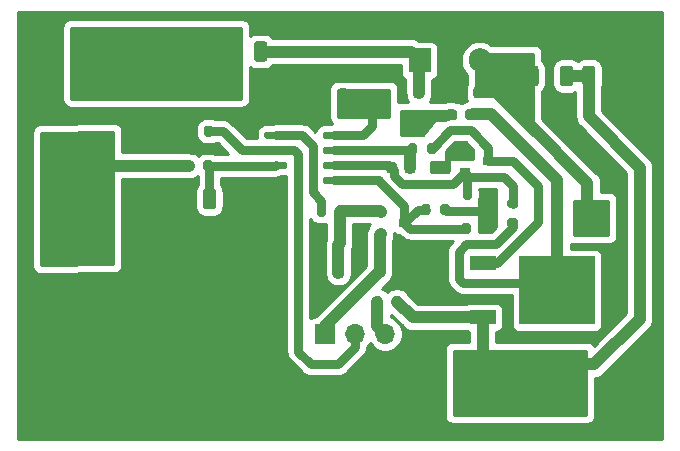
<source format=gbr>
%TF.GenerationSoftware,KiCad,Pcbnew,(5.1.10)-1*%
%TF.CreationDate,2021-12-07T14:34:22+03:00*%
%TF.ProjectId,4-20mA_converter,342d3230-6d41-45f6-936f-6e7665727465,rev?*%
%TF.SameCoordinates,Original*%
%TF.FileFunction,Copper,L1,Top*%
%TF.FilePolarity,Positive*%
%FSLAX46Y46*%
G04 Gerber Fmt 4.6, Leading zero omitted, Abs format (unit mm)*
G04 Created by KiCad (PCBNEW (5.1.10)-1) date 2021-12-07 14:34:22*
%MOMM*%
%LPD*%
G01*
G04 APERTURE LIST*
%TA.AperFunction,SMDPad,CuDef*%
%ADD10R,2.510000X1.000000*%
%TD*%
%TA.AperFunction,SMDPad,CuDef*%
%ADD11R,0.850000X2.350000*%
%TD*%
%TA.AperFunction,SMDPad,CuDef*%
%ADD12R,1.000000X2.510000*%
%TD*%
%TA.AperFunction,ComponentPad*%
%ADD13R,1.700000X1.700000*%
%TD*%
%TA.AperFunction,ComponentPad*%
%ADD14O,1.700000X1.700000*%
%TD*%
%TA.AperFunction,ComponentPad*%
%ADD15O,1.905000X2.000000*%
%TD*%
%TA.AperFunction,ComponentPad*%
%ADD16R,1.905000X2.000000*%
%TD*%
%TA.AperFunction,SMDPad,CuDef*%
%ADD17R,2.200000X1.200000*%
%TD*%
%TA.AperFunction,SMDPad,CuDef*%
%ADD18R,6.400000X5.800000*%
%TD*%
%TA.AperFunction,SMDPad,CuDef*%
%ADD19R,0.900000X0.800000*%
%TD*%
%TA.AperFunction,ViaPad*%
%ADD20C,0.800000*%
%TD*%
%TA.AperFunction,Conductor*%
%ADD21C,1.000000*%
%TD*%
%TA.AperFunction,Conductor*%
%ADD22C,0.500000*%
%TD*%
%TA.AperFunction,Conductor*%
%ADD23C,0.750000*%
%TD*%
%TA.AperFunction,Conductor*%
%ADD24C,0.254000*%
%TD*%
%TA.AperFunction,Conductor*%
%ADD25C,0.100000*%
%TD*%
G04 APERTURE END LIST*
D10*
%TO.P,J4,3*%
%TO.N,IN_1+*%
X19820000Y-30480000D03*
%TO.P,J4,1*%
X19820000Y-25400000D03*
%TO.P,J4,4*%
X16510000Y-33020000D03*
%TO.P,J4,2*%
X16510000Y-27940000D03*
%TD*%
D11*
%TO.P,J3,4*%
%TO.N,Net-(D3-Pad2)*%
X59150000Y-44005000D03*
%TO.P,J3,2*%
X55150000Y-44005000D03*
%TO.P,J3,3*%
X57150000Y-46355000D03*
%TO.P,J3,1*%
X53150000Y-46355000D03*
%TD*%
D12*
%TO.P,J2,3*%
%TO.N,GND*%
X21590000Y-43426000D03*
%TO.P,J2,1*%
X16510000Y-43426000D03*
%TO.P,J2,4*%
X24130000Y-46736000D03*
%TO.P,J2,2*%
X19050000Y-46736000D03*
%TD*%
%TO.P,J1,3*%
%TO.N,VIN*%
X25400000Y-15994000D03*
%TO.P,J1,1*%
X20320000Y-15994000D03*
%TO.P,J1,4*%
X27940000Y-19304000D03*
%TO.P,J1,2*%
X22860000Y-19304000D03*
%TD*%
D13*
%TO.P,JP1,1*%
%TO.N,Net-(JP1-Pad1)*%
X39395400Y-40640000D03*
D14*
%TO.P,JP1,2*%
%TO.N,Net-(JP1-Pad2)*%
X41935400Y-40640000D03*
%TO.P,JP1,3*%
%TO.N,Net-(JP1-Pad3)*%
X44475400Y-40640000D03*
%TD*%
%TO.P,D5,2*%
%TO.N,VIN*%
%TA.AperFunction,SMDPad,CuDef*%
G36*
G01*
X31561200Y-16093278D02*
X31561200Y-17343282D01*
G75*
G02*
X31311202Y-17593280I-249998J0D01*
G01*
X30686198Y-17593280D01*
G75*
G02*
X30436200Y-17343282I0J249998D01*
G01*
X30436200Y-16093278D01*
G75*
G02*
X30686198Y-15843280I249998J0D01*
G01*
X31311202Y-15843280D01*
G75*
G02*
X31561200Y-16093278I0J-249998D01*
G01*
G37*
%TD.AperFunction*%
%TO.P,D5,1*%
%TO.N,+24V*%
%TA.AperFunction,SMDPad,CuDef*%
G36*
G01*
X34486200Y-16093278D02*
X34486200Y-17343282D01*
G75*
G02*
X34236202Y-17593280I-249998J0D01*
G01*
X33611198Y-17593280D01*
G75*
G02*
X33361200Y-17343282I0J249998D01*
G01*
X33361200Y-16093278D01*
G75*
G02*
X33611198Y-15843280I249998J0D01*
G01*
X34236202Y-15843280D01*
G75*
G02*
X34486200Y-16093278I0J-249998D01*
G01*
G37*
%TD.AperFunction*%
%TD*%
D15*
%TO.P,U2,3*%
%TO.N,+15V*%
X52476400Y-17475200D03*
%TO.P,U2,2*%
%TO.N,GND*%
X49936400Y-17475200D03*
D16*
%TO.P,U2,1*%
%TO.N,+24V*%
X47396400Y-17475200D03*
%TD*%
%TO.P,U1,1*%
%TO.N,Net-(R3-Pad1)*%
%TA.AperFunction,SMDPad,CuDef*%
G36*
G01*
X34228360Y-23959960D02*
X34228360Y-23659960D01*
G75*
G02*
X34378360Y-23509960I150000J0D01*
G01*
X36028360Y-23509960D01*
G75*
G02*
X36178360Y-23659960I0J-150000D01*
G01*
X36178360Y-23959960D01*
G75*
G02*
X36028360Y-24109960I-150000J0D01*
G01*
X34378360Y-24109960D01*
G75*
G02*
X34228360Y-23959960I0J150000D01*
G01*
G37*
%TD.AperFunction*%
%TO.P,U1,2*%
%TO.N,Net-(JP1-Pad2)*%
%TA.AperFunction,SMDPad,CuDef*%
G36*
G01*
X34228360Y-25229960D02*
X34228360Y-24929960D01*
G75*
G02*
X34378360Y-24779960I150000J0D01*
G01*
X36028360Y-24779960D01*
G75*
G02*
X36178360Y-24929960I0J-150000D01*
G01*
X36178360Y-25229960D01*
G75*
G02*
X36028360Y-25379960I-150000J0D01*
G01*
X34378360Y-25379960D01*
G75*
G02*
X34228360Y-25229960I0J150000D01*
G01*
G37*
%TD.AperFunction*%
%TO.P,U1,3*%
%TO.N,Net-(D1-Pad1)*%
%TA.AperFunction,SMDPad,CuDef*%
G36*
G01*
X34228360Y-26499960D02*
X34228360Y-26199960D01*
G75*
G02*
X34378360Y-26049960I150000J0D01*
G01*
X36028360Y-26049960D01*
G75*
G02*
X36178360Y-26199960I0J-150000D01*
G01*
X36178360Y-26499960D01*
G75*
G02*
X36028360Y-26649960I-150000J0D01*
G01*
X34378360Y-26649960D01*
G75*
G02*
X34228360Y-26499960I0J150000D01*
G01*
G37*
%TD.AperFunction*%
%TO.P,U1,4*%
%TO.N,GND*%
%TA.AperFunction,SMDPad,CuDef*%
G36*
G01*
X34228360Y-27769960D02*
X34228360Y-27469960D01*
G75*
G02*
X34378360Y-27319960I150000J0D01*
G01*
X36028360Y-27319960D01*
G75*
G02*
X36178360Y-27469960I0J-150000D01*
G01*
X36178360Y-27769960D01*
G75*
G02*
X36028360Y-27919960I-150000J0D01*
G01*
X34378360Y-27919960D01*
G75*
G02*
X34228360Y-27769960I0J150000D01*
G01*
G37*
%TD.AperFunction*%
%TO.P,U1,5*%
%TO.N,Net-(Q2-Pad3)*%
%TA.AperFunction,SMDPad,CuDef*%
G36*
G01*
X39178360Y-27769960D02*
X39178360Y-27469960D01*
G75*
G02*
X39328360Y-27319960I150000J0D01*
G01*
X40978360Y-27319960D01*
G75*
G02*
X41128360Y-27469960I0J-150000D01*
G01*
X41128360Y-27769960D01*
G75*
G02*
X40978360Y-27919960I-150000J0D01*
G01*
X39328360Y-27919960D01*
G75*
G02*
X39178360Y-27769960I0J150000D01*
G01*
G37*
%TD.AperFunction*%
%TO.P,U1,6*%
%TO.N,Net-(C4-Pad1)*%
%TA.AperFunction,SMDPad,CuDef*%
G36*
G01*
X39178360Y-26499960D02*
X39178360Y-26199960D01*
G75*
G02*
X39328360Y-26049960I150000J0D01*
G01*
X40978360Y-26049960D01*
G75*
G02*
X41128360Y-26199960I0J-150000D01*
G01*
X41128360Y-26499960D01*
G75*
G02*
X40978360Y-26649960I-150000J0D01*
G01*
X39328360Y-26649960D01*
G75*
G02*
X39178360Y-26499960I0J150000D01*
G01*
G37*
%TD.AperFunction*%
%TO.P,U1,7*%
%TO.N,Net-(C4-Pad2)*%
%TA.AperFunction,SMDPad,CuDef*%
G36*
G01*
X39178360Y-25229960D02*
X39178360Y-24929960D01*
G75*
G02*
X39328360Y-24779960I150000J0D01*
G01*
X40978360Y-24779960D01*
G75*
G02*
X41128360Y-24929960I0J-150000D01*
G01*
X41128360Y-25229960D01*
G75*
G02*
X40978360Y-25379960I-150000J0D01*
G01*
X39328360Y-25379960D01*
G75*
G02*
X39178360Y-25229960I0J150000D01*
G01*
G37*
%TD.AperFunction*%
%TO.P,U1,8*%
%TO.N,+15V*%
%TA.AperFunction,SMDPad,CuDef*%
G36*
G01*
X39178360Y-23959960D02*
X39178360Y-23659960D01*
G75*
G02*
X39328360Y-23509960I150000J0D01*
G01*
X40978360Y-23509960D01*
G75*
G02*
X41128360Y-23659960I0J-150000D01*
G01*
X41128360Y-23959960D01*
G75*
G02*
X40978360Y-24109960I-150000J0D01*
G01*
X39328360Y-24109960D01*
G75*
G02*
X39178360Y-23959960I0J150000D01*
G01*
G37*
%TD.AperFunction*%
%TD*%
%TO.P,R12,2*%
%TO.N,Net-(Q4-Pad2)*%
%TA.AperFunction,SMDPad,CuDef*%
G36*
G01*
X54995400Y-30841000D02*
X55545400Y-30841000D01*
G75*
G02*
X55745400Y-31041000I0J-200000D01*
G01*
X55745400Y-31441000D01*
G75*
G02*
X55545400Y-31641000I-200000J0D01*
G01*
X54995400Y-31641000D01*
G75*
G02*
X54795400Y-31441000I0J200000D01*
G01*
X54795400Y-31041000D01*
G75*
G02*
X54995400Y-30841000I200000J0D01*
G01*
G37*
%TD.AperFunction*%
%TO.P,R12,1*%
%TO.N,Net-(C4-Pad1)*%
%TA.AperFunction,SMDPad,CuDef*%
G36*
G01*
X54995400Y-29191000D02*
X55545400Y-29191000D01*
G75*
G02*
X55745400Y-29391000I0J-200000D01*
G01*
X55745400Y-29791000D01*
G75*
G02*
X55545400Y-29991000I-200000J0D01*
G01*
X54995400Y-29991000D01*
G75*
G02*
X54795400Y-29791000I0J200000D01*
G01*
X54795400Y-29391000D01*
G75*
G02*
X54995400Y-29191000I200000J0D01*
G01*
G37*
%TD.AperFunction*%
%TD*%
%TO.P,R11,2*%
%TO.N,Net-(Q4-Pad2)*%
%TA.AperFunction,SMDPad,CuDef*%
G36*
G01*
X51262600Y-22319660D02*
X51262600Y-21769660D01*
G75*
G02*
X51462600Y-21569660I200000J0D01*
G01*
X51862600Y-21569660D01*
G75*
G02*
X52062600Y-21769660I0J-200000D01*
G01*
X52062600Y-22319660D01*
G75*
G02*
X51862600Y-22519660I-200000J0D01*
G01*
X51462600Y-22519660D01*
G75*
G02*
X51262600Y-22319660I0J200000D01*
G01*
G37*
%TD.AperFunction*%
%TO.P,R11,1*%
%TO.N,Net-(Q1-Pad1)*%
%TA.AperFunction,SMDPad,CuDef*%
G36*
G01*
X49612600Y-22319660D02*
X49612600Y-21769660D01*
G75*
G02*
X49812600Y-21569660I200000J0D01*
G01*
X50212600Y-21569660D01*
G75*
G02*
X50412600Y-21769660I0J-200000D01*
G01*
X50412600Y-22319660D01*
G75*
G02*
X50212600Y-22519660I-200000J0D01*
G01*
X49812600Y-22519660D01*
G75*
G02*
X49612600Y-22319660I0J200000D01*
G01*
G37*
%TD.AperFunction*%
%TD*%
%TO.P,R10,1*%
%TO.N,Net-(JP1-Pad3)*%
%TA.AperFunction,SMDPad,CuDef*%
G36*
G01*
X43415000Y-38171800D02*
X43415000Y-37621800D01*
G75*
G02*
X43615000Y-37421800I200000J0D01*
G01*
X44015000Y-37421800D01*
G75*
G02*
X44215000Y-37621800I0J-200000D01*
G01*
X44215000Y-38171800D01*
G75*
G02*
X44015000Y-38371800I-200000J0D01*
G01*
X43615000Y-38371800D01*
G75*
G02*
X43415000Y-38171800I0J200000D01*
G01*
G37*
%TD.AperFunction*%
%TO.P,R10,2*%
%TO.N,Net-(D3-Pad2)*%
%TA.AperFunction,SMDPad,CuDef*%
G36*
G01*
X45065000Y-38171800D02*
X45065000Y-37621800D01*
G75*
G02*
X45265000Y-37421800I200000J0D01*
G01*
X45665000Y-37421800D01*
G75*
G02*
X45865000Y-37621800I0J-200000D01*
G01*
X45865000Y-38171800D01*
G75*
G02*
X45665000Y-38371800I-200000J0D01*
G01*
X45265000Y-38371800D01*
G75*
G02*
X45065000Y-38171800I0J200000D01*
G01*
G37*
%TD.AperFunction*%
%TD*%
%TO.P,R9,2*%
%TO.N,+15V*%
%TA.AperFunction,SMDPad,CuDef*%
G36*
G01*
X52584400Y-31999600D02*
X52584400Y-31449600D01*
G75*
G02*
X52784400Y-31249600I200000J0D01*
G01*
X53184400Y-31249600D01*
G75*
G02*
X53384400Y-31449600I0J-200000D01*
G01*
X53384400Y-31999600D01*
G75*
G02*
X53184400Y-32199600I-200000J0D01*
G01*
X52784400Y-32199600D01*
G75*
G02*
X52584400Y-31999600I0J200000D01*
G01*
G37*
%TD.AperFunction*%
%TO.P,R9,1*%
%TO.N,Net-(Q2-Pad3)*%
%TA.AperFunction,SMDPad,CuDef*%
G36*
G01*
X50934400Y-31999600D02*
X50934400Y-31449600D01*
G75*
G02*
X51134400Y-31249600I200000J0D01*
G01*
X51534400Y-31249600D01*
G75*
G02*
X51734400Y-31449600I0J-200000D01*
G01*
X51734400Y-31999600D01*
G75*
G02*
X51534400Y-32199600I-200000J0D01*
G01*
X51134400Y-32199600D01*
G75*
G02*
X50934400Y-31999600I0J200000D01*
G01*
G37*
%TD.AperFunction*%
%TD*%
%TO.P,R8,2*%
%TO.N,Net-(C2-Pad1)*%
%TA.AperFunction,SMDPad,CuDef*%
G36*
G01*
X40240000Y-33244200D02*
X40240000Y-32694200D01*
G75*
G02*
X40440000Y-32494200I200000J0D01*
G01*
X40840000Y-32494200D01*
G75*
G02*
X41040000Y-32694200I0J-200000D01*
G01*
X41040000Y-33244200D01*
G75*
G02*
X40840000Y-33444200I-200000J0D01*
G01*
X40440000Y-33444200D01*
G75*
G02*
X40240000Y-33244200I0J200000D01*
G01*
G37*
%TD.AperFunction*%
%TO.P,R8,1*%
%TO.N,GND*%
%TA.AperFunction,SMDPad,CuDef*%
G36*
G01*
X38590000Y-33244200D02*
X38590000Y-32694200D01*
G75*
G02*
X38790000Y-32494200I200000J0D01*
G01*
X39190000Y-32494200D01*
G75*
G02*
X39390000Y-32694200I0J-200000D01*
G01*
X39390000Y-33244200D01*
G75*
G02*
X39190000Y-33444200I-200000J0D01*
G01*
X38790000Y-33444200D01*
G75*
G02*
X38590000Y-33244200I0J200000D01*
G01*
G37*
%TD.AperFunction*%
%TD*%
%TO.P,R7,2*%
%TO.N,Net-(C4-Pad2)*%
%TA.AperFunction,SMDPad,CuDef*%
G36*
G01*
X47200500Y-24667800D02*
X47200500Y-25217800D01*
G75*
G02*
X47000500Y-25417800I-200000J0D01*
G01*
X46600500Y-25417800D01*
G75*
G02*
X46400500Y-25217800I0J200000D01*
G01*
X46400500Y-24667800D01*
G75*
G02*
X46600500Y-24467800I200000J0D01*
G01*
X47000500Y-24467800D01*
G75*
G02*
X47200500Y-24667800I0J-200000D01*
G01*
G37*
%TD.AperFunction*%
%TO.P,R7,1*%
%TO.N,Net-(Q1-Pad3)*%
%TA.AperFunction,SMDPad,CuDef*%
G36*
G01*
X48850500Y-24667800D02*
X48850500Y-25217800D01*
G75*
G02*
X48650500Y-25417800I-200000J0D01*
G01*
X48250500Y-25417800D01*
G75*
G02*
X48050500Y-25217800I0J200000D01*
G01*
X48050500Y-24667800D01*
G75*
G02*
X48250500Y-24467800I200000J0D01*
G01*
X48650500Y-24467800D01*
G75*
G02*
X48850500Y-24667800I0J-200000D01*
G01*
G37*
%TD.AperFunction*%
%TD*%
%TO.P,R6,2*%
%TO.N,+15V*%
%TA.AperFunction,SMDPad,CuDef*%
G36*
G01*
X52672800Y-29078600D02*
X52672800Y-28528600D01*
G75*
G02*
X52872800Y-28328600I200000J0D01*
G01*
X53272800Y-28328600D01*
G75*
G02*
X53472800Y-28528600I0J-200000D01*
G01*
X53472800Y-29078600D01*
G75*
G02*
X53272800Y-29278600I-200000J0D01*
G01*
X52872800Y-29278600D01*
G75*
G02*
X52672800Y-29078600I0J200000D01*
G01*
G37*
%TD.AperFunction*%
%TO.P,R6,1*%
%TO.N,Net-(C4-Pad1)*%
%TA.AperFunction,SMDPad,CuDef*%
G36*
G01*
X51022800Y-29078600D02*
X51022800Y-28528600D01*
G75*
G02*
X51222800Y-28328600I200000J0D01*
G01*
X51622800Y-28328600D01*
G75*
G02*
X51822800Y-28528600I0J-200000D01*
G01*
X51822800Y-29078600D01*
G75*
G02*
X51622800Y-29278600I-200000J0D01*
G01*
X51222800Y-29278600D01*
G75*
G02*
X51022800Y-29078600I0J200000D01*
G01*
G37*
%TD.AperFunction*%
%TD*%
%TO.P,R5,2*%
%TO.N,GND*%
%TA.AperFunction,SMDPad,CuDef*%
G36*
G01*
X45243800Y-35682600D02*
X45243800Y-35132600D01*
G75*
G02*
X45443800Y-34932600I200000J0D01*
G01*
X45843800Y-34932600D01*
G75*
G02*
X46043800Y-35132600I0J-200000D01*
G01*
X46043800Y-35682600D01*
G75*
G02*
X45843800Y-35882600I-200000J0D01*
G01*
X45443800Y-35882600D01*
G75*
G02*
X45243800Y-35682600I0J200000D01*
G01*
G37*
%TD.AperFunction*%
%TO.P,R5,1*%
%TO.N,Net-(JP1-Pad1)*%
%TA.AperFunction,SMDPad,CuDef*%
G36*
G01*
X43593800Y-35682600D02*
X43593800Y-35132600D01*
G75*
G02*
X43793800Y-34932600I200000J0D01*
G01*
X44193800Y-34932600D01*
G75*
G02*
X44393800Y-35132600I0J-200000D01*
G01*
X44393800Y-35682600D01*
G75*
G02*
X44193800Y-35882600I-200000J0D01*
G01*
X43793800Y-35882600D01*
G75*
G02*
X43593800Y-35682600I0J200000D01*
G01*
G37*
%TD.AperFunction*%
%TD*%
%TO.P,R4,2*%
%TO.N,+15V*%
%TA.AperFunction,SMDPad,CuDef*%
G36*
G01*
X49155400Y-30374000D02*
X49155400Y-29824000D01*
G75*
G02*
X49355400Y-29624000I200000J0D01*
G01*
X49755400Y-29624000D01*
G75*
G02*
X49955400Y-29824000I0J-200000D01*
G01*
X49955400Y-30374000D01*
G75*
G02*
X49755400Y-30574000I-200000J0D01*
G01*
X49355400Y-30574000D01*
G75*
G02*
X49155400Y-30374000I0J200000D01*
G01*
G37*
%TD.AperFunction*%
%TO.P,R4,1*%
%TO.N,Net-(Q2-Pad3)*%
%TA.AperFunction,SMDPad,CuDef*%
G36*
G01*
X47505400Y-30374000D02*
X47505400Y-29824000D01*
G75*
G02*
X47705400Y-29624000I200000J0D01*
G01*
X48105400Y-29624000D01*
G75*
G02*
X48305400Y-29824000I0J-200000D01*
G01*
X48305400Y-30374000D01*
G75*
G02*
X48105400Y-30574000I-200000J0D01*
G01*
X47705400Y-30574000D01*
G75*
G02*
X47505400Y-30374000I0J200000D01*
G01*
G37*
%TD.AperFunction*%
%TD*%
%TO.P,R3,2*%
%TO.N,Net-(C2-Pad1)*%
%TA.AperFunction,SMDPad,CuDef*%
G36*
G01*
X40316200Y-30501000D02*
X40316200Y-29951000D01*
G75*
G02*
X40516200Y-29751000I200000J0D01*
G01*
X40916200Y-29751000D01*
G75*
G02*
X41116200Y-29951000I0J-200000D01*
G01*
X41116200Y-30501000D01*
G75*
G02*
X40916200Y-30701000I-200000J0D01*
G01*
X40516200Y-30701000D01*
G75*
G02*
X40316200Y-30501000I0J200000D01*
G01*
G37*
%TD.AperFunction*%
%TO.P,R3,1*%
%TO.N,Net-(R3-Pad1)*%
%TA.AperFunction,SMDPad,CuDef*%
G36*
G01*
X38666200Y-30501000D02*
X38666200Y-29951000D01*
G75*
G02*
X38866200Y-29751000I200000J0D01*
G01*
X39266200Y-29751000D01*
G75*
G02*
X39466200Y-29951000I0J-200000D01*
G01*
X39466200Y-30501000D01*
G75*
G02*
X39266200Y-30701000I-200000J0D01*
G01*
X38866200Y-30701000D01*
G75*
G02*
X38666200Y-30501000I0J200000D01*
G01*
G37*
%TD.AperFunction*%
%TD*%
%TO.P,R2,2*%
%TO.N,GND*%
%TA.AperFunction,SMDPad,CuDef*%
G36*
G01*
X28264800Y-23194600D02*
X28264800Y-23744600D01*
G75*
G02*
X28064800Y-23944600I-200000J0D01*
G01*
X27664800Y-23944600D01*
G75*
G02*
X27464800Y-23744600I0J200000D01*
G01*
X27464800Y-23194600D01*
G75*
G02*
X27664800Y-22994600I200000J0D01*
G01*
X28064800Y-22994600D01*
G75*
G02*
X28264800Y-23194600I0J-200000D01*
G01*
G37*
%TD.AperFunction*%
%TO.P,R2,1*%
%TO.N,Net-(JP1-Pad2)*%
%TA.AperFunction,SMDPad,CuDef*%
G36*
G01*
X29914800Y-23194600D02*
X29914800Y-23744600D01*
G75*
G02*
X29714800Y-23944600I-200000J0D01*
G01*
X29314800Y-23944600D01*
G75*
G02*
X29114800Y-23744600I0J200000D01*
G01*
X29114800Y-23194600D01*
G75*
G02*
X29314800Y-22994600I200000J0D01*
G01*
X29714800Y-22994600D01*
G75*
G02*
X29914800Y-23194600I0J-200000D01*
G01*
G37*
%TD.AperFunction*%
%TD*%
%TO.P,R1,1*%
%TO.N,IN_1+*%
%TA.AperFunction,SMDPad,CuDef*%
G36*
G01*
X27438400Y-26665600D02*
X27438400Y-26115600D01*
G75*
G02*
X27638400Y-25915600I200000J0D01*
G01*
X28038400Y-25915600D01*
G75*
G02*
X28238400Y-26115600I0J-200000D01*
G01*
X28238400Y-26665600D01*
G75*
G02*
X28038400Y-26865600I-200000J0D01*
G01*
X27638400Y-26865600D01*
G75*
G02*
X27438400Y-26665600I0J200000D01*
G01*
G37*
%TD.AperFunction*%
%TO.P,R1,2*%
%TO.N,Net-(D1-Pad1)*%
%TA.AperFunction,SMDPad,CuDef*%
G36*
G01*
X29088400Y-26665600D02*
X29088400Y-26115600D01*
G75*
G02*
X29288400Y-25915600I200000J0D01*
G01*
X29688400Y-25915600D01*
G75*
G02*
X29888400Y-26115600I0J-200000D01*
G01*
X29888400Y-26665600D01*
G75*
G02*
X29688400Y-26865600I-200000J0D01*
G01*
X29288400Y-26865600D01*
G75*
G02*
X29088400Y-26665600I0J200000D01*
G01*
G37*
%TD.AperFunction*%
%TD*%
D17*
%TO.P,Q4,1*%
%TO.N,Net-(Q1-Pad3)*%
X52729600Y-34664300D03*
%TO.P,Q4,3*%
%TO.N,Net-(D3-Pad2)*%
X52729600Y-39224300D03*
D18*
%TO.P,Q4,2*%
%TO.N,Net-(Q4-Pad2)*%
X59029600Y-36944300D03*
%TD*%
D19*
%TO.P,Q2,3*%
%TO.N,Net-(Q2-Pad3)*%
X46094400Y-31226800D03*
%TO.P,Q2,2*%
%TO.N,Net-(JP1-Pad1)*%
X44094400Y-32176800D03*
%TO.P,Q2,1*%
%TO.N,Net-(C2-Pad1)*%
X44094400Y-30276800D03*
%TD*%
%TO.P,Q1,3*%
%TO.N,Net-(Q1-Pad3)*%
X53200300Y-25996900D03*
%TO.P,Q1,2*%
%TO.N,Net-(C4-Pad1)*%
X51200300Y-26946900D03*
%TO.P,Q1,1*%
%TO.N,Net-(Q1-Pad1)*%
X51200300Y-25046900D03*
%TD*%
%TO.P,D4,2*%
%TO.N,GND*%
%TA.AperFunction,SMDPad,CuDef*%
G36*
G01*
X64080500Y-19421002D02*
X64080500Y-18170998D01*
G75*
G02*
X64330498Y-17921000I249998J0D01*
G01*
X64955502Y-17921000D01*
G75*
G02*
X65205500Y-18170998I0J-249998D01*
G01*
X65205500Y-19421002D01*
G75*
G02*
X64955502Y-19671000I-249998J0D01*
G01*
X64330498Y-19671000D01*
G75*
G02*
X64080500Y-19421002I0J249998D01*
G01*
G37*
%TD.AperFunction*%
%TO.P,D4,1*%
%TO.N,Net-(D3-Pad2)*%
%TA.AperFunction,SMDPad,CuDef*%
G36*
G01*
X61155500Y-19421002D02*
X61155500Y-18170998D01*
G75*
G02*
X61405498Y-17921000I249998J0D01*
G01*
X62030502Y-17921000D01*
G75*
G02*
X62280500Y-18170998I0J-249998D01*
G01*
X62280500Y-19421002D01*
G75*
G02*
X62030502Y-19671000I-249998J0D01*
G01*
X61405498Y-19671000D01*
G75*
G02*
X61155500Y-19421002I0J249998D01*
G01*
G37*
%TD.AperFunction*%
%TD*%
%TO.P,D3,2*%
%TO.N,Net-(D3-Pad2)*%
%TA.AperFunction,SMDPad,CuDef*%
G36*
G01*
X59258500Y-19421002D02*
X59258500Y-18170998D01*
G75*
G02*
X59508498Y-17921000I249998J0D01*
G01*
X60133502Y-17921000D01*
G75*
G02*
X60383500Y-18170998I0J-249998D01*
G01*
X60383500Y-19421002D01*
G75*
G02*
X60133502Y-19671000I-249998J0D01*
G01*
X59508498Y-19671000D01*
G75*
G02*
X59258500Y-19421002I0J249998D01*
G01*
G37*
%TD.AperFunction*%
%TO.P,D3,1*%
%TO.N,+15V*%
%TA.AperFunction,SMDPad,CuDef*%
G36*
G01*
X56333500Y-19421002D02*
X56333500Y-18170998D01*
G75*
G02*
X56583498Y-17921000I249998J0D01*
G01*
X57208502Y-17921000D01*
G75*
G02*
X57458500Y-18170998I0J-249998D01*
G01*
X57458500Y-19421002D01*
G75*
G02*
X57208502Y-19671000I-249998J0D01*
G01*
X56583498Y-19671000D01*
G75*
G02*
X56333500Y-19421002I0J249998D01*
G01*
G37*
%TD.AperFunction*%
%TD*%
%TO.P,D1,2*%
%TO.N,GND*%
%TA.AperFunction,SMDPad,CuDef*%
G36*
G01*
X27232500Y-28584998D02*
X27232500Y-29835002D01*
G75*
G02*
X26982502Y-30085000I-249998J0D01*
G01*
X26357498Y-30085000D01*
G75*
G02*
X26107500Y-29835002I0J249998D01*
G01*
X26107500Y-28584998D01*
G75*
G02*
X26357498Y-28335000I249998J0D01*
G01*
X26982502Y-28335000D01*
G75*
G02*
X27232500Y-28584998I0J-249998D01*
G01*
G37*
%TD.AperFunction*%
%TO.P,D1,1*%
%TO.N,Net-(D1-Pad1)*%
%TA.AperFunction,SMDPad,CuDef*%
G36*
G01*
X30157500Y-28584998D02*
X30157500Y-29835002D01*
G75*
G02*
X29907502Y-30085000I-249998J0D01*
G01*
X29282498Y-30085000D01*
G75*
G02*
X29032500Y-29835002I0J249998D01*
G01*
X29032500Y-28584998D01*
G75*
G02*
X29282498Y-28335000I249998J0D01*
G01*
X29907502Y-28335000D01*
G75*
G02*
X30157500Y-28584998I0J-249998D01*
G01*
G37*
%TD.AperFunction*%
%TD*%
%TO.P,C6,2*%
%TO.N,GND*%
%TA.AperFunction,SMDPad,CuDef*%
G36*
G01*
X51274800Y-19943000D02*
X51274800Y-20443000D01*
G75*
G02*
X51049800Y-20668000I-225000J0D01*
G01*
X50599800Y-20668000D01*
G75*
G02*
X50374800Y-20443000I0J225000D01*
G01*
X50374800Y-19943000D01*
G75*
G02*
X50599800Y-19718000I225000J0D01*
G01*
X51049800Y-19718000D01*
G75*
G02*
X51274800Y-19943000I0J-225000D01*
G01*
G37*
%TD.AperFunction*%
%TO.P,C6,1*%
%TO.N,+15V*%
%TA.AperFunction,SMDPad,CuDef*%
G36*
G01*
X52824800Y-19943000D02*
X52824800Y-20443000D01*
G75*
G02*
X52599800Y-20668000I-225000J0D01*
G01*
X52149800Y-20668000D01*
G75*
G02*
X51924800Y-20443000I0J225000D01*
G01*
X51924800Y-19943000D01*
G75*
G02*
X52149800Y-19718000I225000J0D01*
G01*
X52599800Y-19718000D01*
G75*
G02*
X52824800Y-19943000I0J-225000D01*
G01*
G37*
%TD.AperFunction*%
%TD*%
%TO.P,C5,2*%
%TO.N,GND*%
%TA.AperFunction,SMDPad,CuDef*%
G36*
G01*
X48420200Y-20468400D02*
X48420200Y-19968400D01*
G75*
G02*
X48645200Y-19743400I225000J0D01*
G01*
X49095200Y-19743400D01*
G75*
G02*
X49320200Y-19968400I0J-225000D01*
G01*
X49320200Y-20468400D01*
G75*
G02*
X49095200Y-20693400I-225000J0D01*
G01*
X48645200Y-20693400D01*
G75*
G02*
X48420200Y-20468400I0J225000D01*
G01*
G37*
%TD.AperFunction*%
%TO.P,C5,1*%
%TO.N,+24V*%
%TA.AperFunction,SMDPad,CuDef*%
G36*
G01*
X46870200Y-20468400D02*
X46870200Y-19968400D01*
G75*
G02*
X47095200Y-19743400I225000J0D01*
G01*
X47545200Y-19743400D01*
G75*
G02*
X47770200Y-19968400I0J-225000D01*
G01*
X47770200Y-20468400D01*
G75*
G02*
X47545200Y-20693400I-225000J0D01*
G01*
X47095200Y-20693400D01*
G75*
G02*
X46870200Y-20468400I0J225000D01*
G01*
G37*
%TD.AperFunction*%
%TD*%
%TO.P,C4,2*%
%TO.N,Net-(C4-Pad2)*%
%TA.AperFunction,SMDPad,CuDef*%
G36*
G01*
X46120900Y-26818400D02*
X46120900Y-26318400D01*
G75*
G02*
X46345900Y-26093400I225000J0D01*
G01*
X46795900Y-26093400D01*
G75*
G02*
X47020900Y-26318400I0J-225000D01*
G01*
X47020900Y-26818400D01*
G75*
G02*
X46795900Y-27043400I-225000J0D01*
G01*
X46345900Y-27043400D01*
G75*
G02*
X46120900Y-26818400I0J225000D01*
G01*
G37*
%TD.AperFunction*%
%TO.P,C4,1*%
%TO.N,Net-(C4-Pad1)*%
%TA.AperFunction,SMDPad,CuDef*%
G36*
G01*
X44570900Y-26818400D02*
X44570900Y-26318400D01*
G75*
G02*
X44795900Y-26093400I225000J0D01*
G01*
X45245900Y-26093400D01*
G75*
G02*
X45470900Y-26318400I0J-225000D01*
G01*
X45470900Y-26818400D01*
G75*
G02*
X45245900Y-27043400I-225000J0D01*
G01*
X44795900Y-27043400D01*
G75*
G02*
X44570900Y-26818400I0J225000D01*
G01*
G37*
%TD.AperFunction*%
%TD*%
%TO.P,C3,2*%
%TO.N,GND*%
%TA.AperFunction,SMDPad,CuDef*%
G36*
G01*
X39794000Y-20070000D02*
X39794000Y-20570000D01*
G75*
G02*
X39569000Y-20795000I-225000J0D01*
G01*
X39119000Y-20795000D01*
G75*
G02*
X38894000Y-20570000I0J225000D01*
G01*
X38894000Y-20070000D01*
G75*
G02*
X39119000Y-19845000I225000J0D01*
G01*
X39569000Y-19845000D01*
G75*
G02*
X39794000Y-20070000I0J-225000D01*
G01*
G37*
%TD.AperFunction*%
%TO.P,C3,1*%
%TO.N,+15V*%
%TA.AperFunction,SMDPad,CuDef*%
G36*
G01*
X41344000Y-20070000D02*
X41344000Y-20570000D01*
G75*
G02*
X41119000Y-20795000I-225000J0D01*
G01*
X40669000Y-20795000D01*
G75*
G02*
X40444000Y-20570000I0J225000D01*
G01*
X40444000Y-20070000D01*
G75*
G02*
X40669000Y-19845000I225000J0D01*
G01*
X41119000Y-19845000D01*
G75*
G02*
X41344000Y-20070000I0J-225000D01*
G01*
G37*
%TD.AperFunction*%
%TD*%
%TO.P,C2,2*%
%TO.N,GND*%
%TA.AperFunction,SMDPad,CuDef*%
G36*
G01*
X39413600Y-35208400D02*
X39413600Y-35708400D01*
G75*
G02*
X39188600Y-35933400I-225000J0D01*
G01*
X38738600Y-35933400D01*
G75*
G02*
X38513600Y-35708400I0J225000D01*
G01*
X38513600Y-35208400D01*
G75*
G02*
X38738600Y-34983400I225000J0D01*
G01*
X39188600Y-34983400D01*
G75*
G02*
X39413600Y-35208400I0J-225000D01*
G01*
G37*
%TD.AperFunction*%
%TO.P,C2,1*%
%TO.N,Net-(C2-Pad1)*%
%TA.AperFunction,SMDPad,CuDef*%
G36*
G01*
X40963600Y-35208400D02*
X40963600Y-35708400D01*
G75*
G02*
X40738600Y-35933400I-225000J0D01*
G01*
X40288600Y-35933400D01*
G75*
G02*
X40063600Y-35708400I0J225000D01*
G01*
X40063600Y-35208400D01*
G75*
G02*
X40288600Y-34983400I225000J0D01*
G01*
X40738600Y-34983400D01*
G75*
G02*
X40963600Y-35208400I0J-225000D01*
G01*
G37*
%TD.AperFunction*%
%TD*%
%TO.P,C1,2*%
%TO.N,GND*%
%TA.AperFunction,SMDPad,CuDef*%
G36*
G01*
X39794000Y-21594000D02*
X39794000Y-22094000D01*
G75*
G02*
X39569000Y-22319000I-225000J0D01*
G01*
X39119000Y-22319000D01*
G75*
G02*
X38894000Y-22094000I0J225000D01*
G01*
X38894000Y-21594000D01*
G75*
G02*
X39119000Y-21369000I225000J0D01*
G01*
X39569000Y-21369000D01*
G75*
G02*
X39794000Y-21594000I0J-225000D01*
G01*
G37*
%TD.AperFunction*%
%TO.P,C1,1*%
%TO.N,+15V*%
%TA.AperFunction,SMDPad,CuDef*%
G36*
G01*
X41344000Y-21594000D02*
X41344000Y-22094000D01*
G75*
G02*
X41119000Y-22319000I-225000J0D01*
G01*
X40669000Y-22319000D01*
G75*
G02*
X40444000Y-22094000I0J225000D01*
G01*
X40444000Y-21594000D01*
G75*
G02*
X40669000Y-21369000I225000J0D01*
G01*
X41119000Y-21369000D01*
G75*
G02*
X41344000Y-21594000I0J-225000D01*
G01*
G37*
%TD.AperFunction*%
%TD*%
D20*
%TO.N,GND*%
X39116000Y-37592000D03*
X48006000Y-35306000D03*
X35052000Y-37846000D03*
X48006000Y-40894000D03*
%TO.N,+15V*%
X61722000Y-30988000D03*
X52880260Y-30099000D03*
X43688000Y-20828000D03*
X54864000Y-20066000D03*
%TO.N,Net-(Q1-Pad1)*%
X49022000Y-26416000D03*
X46990000Y-22606000D03*
%TD*%
D21*
%TO.N,+24V*%
X46639480Y-16718280D02*
X33923700Y-16718280D01*
X47396400Y-17475200D02*
X46639480Y-16718280D01*
X47320200Y-17551400D02*
X47396400Y-17475200D01*
X47320200Y-20218400D02*
X47320200Y-17551400D01*
%TO.N,Net-(C2-Pad1)*%
X40640000Y-30302200D02*
X40716200Y-30226000D01*
X40640000Y-32969200D02*
X40640000Y-30302200D01*
X40513600Y-33095600D02*
X40640000Y-32969200D01*
X40513600Y-35458400D02*
X40513600Y-33095600D01*
X44043600Y-30226000D02*
X44094400Y-30276800D01*
X40716200Y-30226000D02*
X44043600Y-30226000D01*
D22*
%TO.N,Net-(C4-Pad2)*%
X46663340Y-25079960D02*
X46800500Y-24942800D01*
D23*
X40153360Y-25079960D02*
X46663340Y-25079960D01*
D22*
X46570900Y-25172400D02*
X46800500Y-24942800D01*
D21*
X46570900Y-26568400D02*
X46570900Y-25172400D01*
D23*
%TO.N,Net-(C4-Pad1)*%
X51609200Y-27355800D02*
X51200300Y-26946900D01*
X55270400Y-28117800D02*
X54508400Y-27355800D01*
X54508400Y-27355800D02*
X51609200Y-27355800D01*
X55270400Y-29591000D02*
X55270400Y-28117800D01*
X51422800Y-27169400D02*
X51200300Y-26946900D01*
X51422800Y-28803600D02*
X51422800Y-27169400D01*
X44802460Y-26349960D02*
X45020900Y-26568400D01*
X40153360Y-26349960D02*
X44802460Y-26349960D01*
X45214071Y-26761571D02*
X45020900Y-26568400D01*
X51200300Y-26946900D02*
X50207200Y-27940000D01*
X50207200Y-27940000D02*
X45917500Y-27940000D01*
X45917500Y-27940000D02*
X45214071Y-27236571D01*
X45214071Y-27236571D02*
X45214071Y-26761571D01*
D22*
%TO.N,+15V*%
X40793000Y-20307000D02*
X40780000Y-20320000D01*
D21*
X52374800Y-17576800D02*
X52476400Y-17475200D01*
D22*
X52984400Y-28892000D02*
X53072800Y-28803600D01*
D21*
X61595000Y-27871420D02*
X61595000Y-29845000D01*
D22*
X52964080Y-31724600D02*
X52984400Y-31724600D01*
X52880260Y-30099000D02*
X52880260Y-30099000D01*
D21*
X55575200Y-17475200D02*
X52476400Y-17475200D01*
X56896000Y-18796000D02*
X55575200Y-17475200D01*
D23*
X40894000Y-21844000D02*
X40894000Y-20320000D01*
X43357800Y-23058120D02*
X43357800Y-22098000D01*
X42605960Y-23809960D02*
X43357800Y-23058120D01*
X40153360Y-23809960D02*
X42605960Y-23809960D01*
D21*
X61595000Y-27871420D02*
X61595000Y-27813000D01*
X61595000Y-27813000D02*
X56642000Y-22860000D01*
X56642000Y-22860000D02*
X56642000Y-21844000D01*
D23*
X52753260Y-30226000D02*
X52880260Y-30099000D01*
X49682400Y-30226000D02*
X52753260Y-30226000D01*
X49555400Y-30099000D02*
X49682400Y-30226000D01*
%TO.N,Net-(D1-Pad1)*%
X35162720Y-26390600D02*
X35203360Y-26349960D01*
X29488400Y-26390600D02*
X35162720Y-26390600D01*
X29595000Y-26497200D02*
X29488400Y-26390600D01*
X29595000Y-29210000D02*
X29595000Y-26497200D01*
D21*
%TO.N,Net-(D3-Pad2)*%
X52723600Y-39230300D02*
X52729600Y-39224300D01*
X46798500Y-39230300D02*
X52723600Y-39230300D01*
X45465000Y-37896800D02*
X46798500Y-39230300D01*
X52729600Y-42634700D02*
X52146200Y-43218100D01*
X52729600Y-39224300D02*
X52729600Y-42634700D01*
X61718000Y-18796000D02*
X59821000Y-18796000D01*
X61718000Y-22221000D02*
X61718000Y-18796000D01*
X66040000Y-26543000D02*
X61718000Y-22221000D01*
X66040000Y-39370000D02*
X66040000Y-26543000D01*
X62191900Y-43218100D02*
X66040000Y-39370000D01*
X59766200Y-43218100D02*
X62191900Y-43218100D01*
D23*
%TO.N,Net-(Q1-Pad3)*%
X55257700Y-25996900D02*
X53200300Y-25996900D01*
X57404000Y-28143200D02*
X55257700Y-25996900D01*
X57404000Y-31163260D02*
X57404000Y-28143200D01*
X53902960Y-34664300D02*
X57404000Y-31163260D01*
X52729600Y-34664300D02*
X53902960Y-34664300D01*
X48450500Y-24942800D02*
X49993290Y-23400010D01*
X49993290Y-23400010D02*
X51753410Y-23400010D01*
X51753410Y-23400010D02*
X53200300Y-24846900D01*
X53200300Y-24846900D02*
X53200300Y-25996900D01*
%TO.N,Net-(Q2-Pad3)*%
X46592200Y-31724600D02*
X46094400Y-31226800D01*
X51334400Y-31724600D02*
X46592200Y-31724600D01*
X47222200Y-30099000D02*
X46094400Y-31226800D01*
X47905400Y-30099000D02*
X47222200Y-30099000D01*
X46094400Y-29838400D02*
X46094400Y-31226800D01*
X43914060Y-27658060D02*
X46094400Y-29838400D01*
X43914060Y-27619960D02*
X43914060Y-27658060D01*
X40153360Y-27619960D02*
X43914060Y-27619960D01*
D21*
%TO.N,Net-(JP1-Pad1)*%
X43993800Y-32277400D02*
X44094400Y-32176800D01*
X43993800Y-35407600D02*
X43993800Y-32277400D01*
X43967400Y-35407600D02*
X43993800Y-35407600D01*
X39395400Y-39979600D02*
X43967400Y-35407600D01*
X39395400Y-40640000D02*
X39395400Y-39979600D01*
%TO.N,Net-(Q4-Pad2)*%
X58407300Y-36322000D02*
X59029600Y-36944300D01*
D23*
X51079400Y-36322000D02*
X58407300Y-36322000D01*
X50711100Y-35953700D02*
X51079400Y-36322000D01*
X50711100Y-33693100D02*
X50711100Y-35953700D01*
X51358800Y-33045400D02*
X50711100Y-33693100D01*
X53832760Y-33045400D02*
X51358800Y-33045400D01*
X55270400Y-31607760D02*
X53832760Y-33045400D01*
X55270400Y-31241000D02*
X55270400Y-31607760D01*
D21*
X59029600Y-27597100D02*
X59029600Y-36944300D01*
X51868840Y-21981160D02*
X53413660Y-21981160D01*
X53413660Y-21981160D02*
X59029600Y-27597100D01*
%TO.N,IN_1+*%
X27838400Y-26390600D02*
X20320000Y-26390600D01*
D23*
%TO.N,Net-(JP1-Pad2)*%
X32318960Y-25079960D02*
X35203360Y-25079960D01*
X30708600Y-23469600D02*
X32318960Y-25079960D01*
X29514800Y-23469600D02*
X30708600Y-23469600D01*
X37114480Y-42118280D02*
X37114480Y-25430480D01*
X38176200Y-43180000D02*
X37114480Y-42118280D01*
X40487600Y-43180000D02*
X38176200Y-43180000D01*
X36763960Y-25079960D02*
X35203360Y-25079960D01*
X37114480Y-25430480D02*
X36763960Y-25079960D01*
X41935400Y-41732200D02*
X40487600Y-43180000D01*
X41935400Y-40640000D02*
X41935400Y-41732200D01*
%TO.N,Net-(R3-Pad1)*%
X39066200Y-29338000D02*
X39066200Y-30226000D01*
X38333680Y-28605480D02*
X39066200Y-29338000D01*
X38333680Y-24701500D02*
X38333680Y-28605480D01*
X37442140Y-23809960D02*
X38333680Y-24701500D01*
X35203360Y-23809960D02*
X37442140Y-23809960D01*
D21*
%TO.N,Net-(JP1-Pad3)*%
X43815000Y-39979600D02*
X43815000Y-37896800D01*
X44475400Y-40640000D02*
X43815000Y-39979600D01*
%TD*%
D24*
%TO.N,VIN*%
X32258000Y-20701000D02*
X17907000Y-20701000D01*
X17907000Y-14732000D01*
X32258000Y-14732000D01*
X32258000Y-20701000D01*
%TA.AperFunction,Conductor*%
D25*
G36*
X32258000Y-20701000D02*
G01*
X17907000Y-20701000D01*
X17907000Y-14732000D01*
X32258000Y-14732000D01*
X32258000Y-20701000D01*
G37*
%TD.AperFunction*%
%TD*%
D24*
%TO.N,IN_1+*%
X21463000Y-34728444D02*
X15367000Y-34796573D01*
X15367000Y-23620588D01*
X21463000Y-23552459D01*
X21463000Y-34728444D01*
%TA.AperFunction,Conductor*%
D25*
G36*
X21463000Y-34728444D02*
G01*
X15367000Y-34796573D01*
X15367000Y-23620588D01*
X21463000Y-23552459D01*
X21463000Y-34728444D01*
G37*
%TD.AperFunction*%
%TD*%
D24*
%TO.N,Net-(D3-Pad2)*%
X61468000Y-47498000D02*
X50292000Y-47498000D01*
X50292000Y-42037000D01*
X61468000Y-42037000D01*
X61468000Y-47498000D01*
%TA.AperFunction,Conductor*%
D25*
G36*
X61468000Y-47498000D02*
G01*
X50292000Y-47498000D01*
X50292000Y-42037000D01*
X61468000Y-42037000D01*
X61468000Y-47498000D01*
G37*
%TD.AperFunction*%
%TD*%
D24*
%TO.N,+15V*%
X63373000Y-32258000D02*
X60452000Y-32258000D01*
X60452000Y-29337000D01*
X63373000Y-29337000D01*
X63373000Y-32258000D01*
%TA.AperFunction,Conductor*%
D25*
G36*
X63373000Y-32258000D02*
G01*
X60452000Y-32258000D01*
X60452000Y-29337000D01*
X63373000Y-29337000D01*
X63373000Y-32258000D01*
G37*
%TD.AperFunction*%
%TD*%
D24*
%TO.N,+15V*%
X53848000Y-31601804D02*
X53414405Y-32035400D01*
X52451000Y-32035400D01*
X52451000Y-29178834D01*
X52460872Y-29078600D01*
X52460872Y-28528600D01*
X52451000Y-28428365D01*
X52451000Y-28365800D01*
X53848000Y-28365800D01*
X53848000Y-31601804D01*
%TA.AperFunction,Conductor*%
D25*
G36*
X53848000Y-31601804D02*
G01*
X53414405Y-32035400D01*
X52451000Y-32035400D01*
X52451000Y-29178834D01*
X52460872Y-29078600D01*
X52460872Y-28528600D01*
X52451000Y-28428365D01*
X52451000Y-28365800D01*
X53848000Y-28365800D01*
X53848000Y-31601804D01*
G37*
%TD.AperFunction*%
%TD*%
D24*
%TO.N,GND*%
X67920001Y-48227572D02*
X67920000Y-48227582D01*
X67920001Y-49505000D01*
X13360000Y-49505000D01*
X13360000Y-23495000D01*
X14605000Y-23495000D01*
X14605000Y-34925000D01*
X14618625Y-35055835D01*
X14656089Y-35174545D01*
X14715992Y-35283665D01*
X14796033Y-35379003D01*
X14893135Y-35456893D01*
X15003567Y-35514343D01*
X15123085Y-35549144D01*
X15247096Y-35559960D01*
X21597096Y-35488992D01*
X21713882Y-35476831D01*
X21833004Y-35440696D01*
X21942787Y-35382015D01*
X22039013Y-35303045D01*
X22117983Y-35206819D01*
X22176664Y-35097036D01*
X22212799Y-34977914D01*
X22225000Y-34854032D01*
X22225000Y-27525600D01*
X27894152Y-27525600D01*
X28060899Y-27509177D01*
X28098588Y-27497744D01*
X28201900Y-27487569D01*
X28359116Y-27439878D01*
X28504008Y-27362431D01*
X28585001Y-27295962D01*
X28585000Y-28041770D01*
X28544095Y-28091613D01*
X28462028Y-28245148D01*
X28411492Y-28411744D01*
X28394428Y-28584998D01*
X28394428Y-29835002D01*
X28411492Y-30008256D01*
X28462028Y-30174852D01*
X28544095Y-30328387D01*
X28654538Y-30462962D01*
X28789113Y-30573405D01*
X28942648Y-30655472D01*
X29109244Y-30706008D01*
X29282498Y-30723072D01*
X29907502Y-30723072D01*
X30080756Y-30706008D01*
X30247352Y-30655472D01*
X30400887Y-30573405D01*
X30535462Y-30462962D01*
X30645905Y-30328387D01*
X30727972Y-30174852D01*
X30778508Y-30008256D01*
X30795572Y-29835002D01*
X30795572Y-28584998D01*
X30778508Y-28411744D01*
X30727972Y-28245148D01*
X30645905Y-28091613D01*
X30605000Y-28041770D01*
X30605000Y-27400600D01*
X35113112Y-27400600D01*
X35162720Y-27405486D01*
X35360714Y-27385985D01*
X35391807Y-27376553D01*
X35551100Y-27328232D01*
X35626309Y-27288032D01*
X36028360Y-27288032D01*
X36104481Y-27280535D01*
X36104480Y-42068672D01*
X36099594Y-42118280D01*
X36119095Y-42316274D01*
X36148195Y-42412202D01*
X36176848Y-42506659D01*
X36270633Y-42682120D01*
X36396847Y-42835913D01*
X36435386Y-42867541D01*
X37426943Y-43859099D01*
X37458567Y-43897633D01*
X37612360Y-44023847D01*
X37787820Y-44117632D01*
X37978205Y-44175385D01*
X38176200Y-44194886D01*
X38225808Y-44190000D01*
X40437992Y-44190000D01*
X40487600Y-44194886D01*
X40685594Y-44175385D01*
X40715266Y-44166384D01*
X40875980Y-44117632D01*
X41051440Y-44023847D01*
X41205233Y-43897633D01*
X41236861Y-43859094D01*
X42614494Y-42481461D01*
X42653033Y-42449833D01*
X42779247Y-42296040D01*
X42873032Y-42120580D01*
X42930785Y-41930194D01*
X42945400Y-41781808D01*
X42945400Y-41781806D01*
X42950286Y-41732201D01*
X42949660Y-41725847D01*
X43088875Y-41586632D01*
X43205400Y-41412240D01*
X43321925Y-41586632D01*
X43528768Y-41793475D01*
X43771989Y-41955990D01*
X44042242Y-42067932D01*
X44329140Y-42125000D01*
X44621660Y-42125000D01*
X44908558Y-42067932D01*
X45178811Y-41955990D01*
X45422032Y-41793475D01*
X45628875Y-41586632D01*
X45791390Y-41343411D01*
X45903332Y-41073158D01*
X45960400Y-40786260D01*
X45960400Y-40493740D01*
X45903332Y-40206842D01*
X45791390Y-39936589D01*
X45628875Y-39693368D01*
X45422032Y-39486525D01*
X45178811Y-39324010D01*
X44950000Y-39229234D01*
X44950000Y-38986931D01*
X45956508Y-39993440D01*
X45992051Y-40036749D01*
X46164877Y-40178584D01*
X46362053Y-40283976D01*
X46576001Y-40348877D01*
X46636515Y-40354837D01*
X46798500Y-40370791D01*
X46854252Y-40365300D01*
X51294681Y-40365300D01*
X51385420Y-40413802D01*
X51505118Y-40450112D01*
X51594600Y-40458925D01*
X51594601Y-41275000D01*
X50165000Y-41275000D01*
X50041118Y-41287201D01*
X49921996Y-41323336D01*
X49812213Y-41382017D01*
X49715987Y-41460987D01*
X49637017Y-41557213D01*
X49578336Y-41666996D01*
X49542201Y-41786118D01*
X49530000Y-41910000D01*
X49530000Y-47625000D01*
X49542201Y-47748882D01*
X49578336Y-47868004D01*
X49637017Y-47977787D01*
X49715987Y-48074013D01*
X49812213Y-48152983D01*
X49921996Y-48211664D01*
X50041118Y-48247799D01*
X50165000Y-48260000D01*
X61595000Y-48260000D01*
X61718882Y-48247799D01*
X61838004Y-48211664D01*
X61947787Y-48152983D01*
X62044013Y-48074013D01*
X62122983Y-47977787D01*
X62181664Y-47868004D01*
X62217799Y-47748882D01*
X62230000Y-47625000D01*
X62230000Y-44354839D01*
X62247651Y-44353100D01*
X62247652Y-44353100D01*
X62414399Y-44336677D01*
X62628347Y-44271776D01*
X62825523Y-44166384D01*
X62998349Y-44024549D01*
X63033896Y-43981235D01*
X66803141Y-40211991D01*
X66846449Y-40176449D01*
X66988284Y-40003623D01*
X67093676Y-39806447D01*
X67158577Y-39592499D01*
X67175000Y-39425752D01*
X67175000Y-39425745D01*
X67180490Y-39370001D01*
X67175000Y-39314257D01*
X67175000Y-26598751D01*
X67180491Y-26542999D01*
X67158577Y-26320501D01*
X67093676Y-26106553D01*
X67087883Y-26095715D01*
X66988284Y-25909377D01*
X66846449Y-25736551D01*
X66803141Y-25701009D01*
X62853000Y-21750869D01*
X62853000Y-19754167D01*
X62901508Y-19594256D01*
X62918572Y-19421002D01*
X62918572Y-18170998D01*
X62901508Y-17997744D01*
X62850972Y-17831148D01*
X62768905Y-17677613D01*
X62658462Y-17543038D01*
X62523887Y-17432595D01*
X62370352Y-17350528D01*
X62203756Y-17299992D01*
X62030502Y-17282928D01*
X61405498Y-17282928D01*
X61232244Y-17299992D01*
X61065648Y-17350528D01*
X60912113Y-17432595D01*
X60777538Y-17543038D01*
X60769500Y-17552832D01*
X60761462Y-17543038D01*
X60626887Y-17432595D01*
X60473352Y-17350528D01*
X60306756Y-17299992D01*
X60133502Y-17282928D01*
X59508498Y-17282928D01*
X59335244Y-17299992D01*
X59168648Y-17350528D01*
X59015113Y-17432595D01*
X58880538Y-17543038D01*
X58770095Y-17677613D01*
X58688028Y-17831148D01*
X58637492Y-17997744D01*
X58620428Y-18170998D01*
X58620428Y-19421002D01*
X58637492Y-19594256D01*
X58688028Y-19760852D01*
X58770095Y-19914387D01*
X58880538Y-20048962D01*
X59015113Y-20159405D01*
X59168648Y-20241472D01*
X59335244Y-20292008D01*
X59508498Y-20309072D01*
X60133502Y-20309072D01*
X60306756Y-20292008D01*
X60473352Y-20241472D01*
X60583001Y-20182863D01*
X60583000Y-22165248D01*
X60577509Y-22221000D01*
X60599423Y-22443498D01*
X60664324Y-22657446D01*
X60769716Y-22854623D01*
X60911551Y-23027449D01*
X60954865Y-23062996D01*
X64905001Y-27013133D01*
X64905000Y-38899868D01*
X62166410Y-41638459D01*
X62122983Y-41557213D01*
X62044013Y-41460987D01*
X61947787Y-41382017D01*
X61838004Y-41323336D01*
X61718882Y-41287201D01*
X61595000Y-41275000D01*
X53864600Y-41275000D01*
X53864600Y-40458925D01*
X53954082Y-40450112D01*
X54073780Y-40413802D01*
X54184094Y-40354837D01*
X54280785Y-40275485D01*
X54360137Y-40178794D01*
X54419102Y-40068480D01*
X54455412Y-39948782D01*
X54467672Y-39824300D01*
X54467672Y-38624300D01*
X54455412Y-38499818D01*
X54419102Y-38380120D01*
X54360137Y-38269806D01*
X54280785Y-38173115D01*
X54184094Y-38093763D01*
X54073780Y-38034798D01*
X53954082Y-37998488D01*
X53829600Y-37986228D01*
X51629600Y-37986228D01*
X51505118Y-37998488D01*
X51385420Y-38034798D01*
X51275106Y-38093763D01*
X51273233Y-38095300D01*
X47268632Y-38095300D01*
X46398930Y-37225599D01*
X46361831Y-37156192D01*
X46257606Y-37029194D01*
X46130608Y-36924969D01*
X45985716Y-36847522D01*
X45828500Y-36799831D01*
X45725186Y-36789656D01*
X45687498Y-36778223D01*
X45465000Y-36756309D01*
X45242502Y-36778223D01*
X45204814Y-36789656D01*
X45101500Y-36799831D01*
X44944284Y-36847522D01*
X44799392Y-36924969D01*
X44672394Y-37029194D01*
X44640000Y-37068666D01*
X44607606Y-37029194D01*
X44480608Y-36924969D01*
X44335716Y-36847522D01*
X44179882Y-36800250D01*
X44533288Y-36446844D01*
X44659408Y-36379431D01*
X44786406Y-36275206D01*
X44890631Y-36148208D01*
X44968078Y-36003316D01*
X44975601Y-35978517D01*
X45047476Y-35844047D01*
X45112377Y-35630099D01*
X45134291Y-35407600D01*
X45128800Y-35351848D01*
X45128800Y-32830525D01*
X45133902Y-32820980D01*
X45170212Y-32701282D01*
X45182472Y-32576800D01*
X45182472Y-32499859D01*
X45212977Y-32399298D01*
X45234891Y-32176800D01*
X45227968Y-32106506D01*
X45289906Y-32157337D01*
X45400220Y-32216302D01*
X45519918Y-32252612D01*
X45644400Y-32264872D01*
X45704117Y-32264872D01*
X45842939Y-32403694D01*
X45874567Y-32442233D01*
X46028360Y-32568447D01*
X46203820Y-32662232D01*
X46394205Y-32719985D01*
X46592200Y-32739486D01*
X46641808Y-32734600D01*
X50241245Y-32734600D01*
X50032006Y-32943839D01*
X49993467Y-32975467D01*
X49867253Y-33129260D01*
X49806248Y-33243394D01*
X49773468Y-33304721D01*
X49715715Y-33495106D01*
X49696214Y-33693100D01*
X49701100Y-33742708D01*
X49701101Y-35904083D01*
X49696214Y-35953700D01*
X49715715Y-36151694D01*
X49773468Y-36342079D01*
X49837180Y-36461276D01*
X49867254Y-36517540D01*
X49993468Y-36671333D01*
X50032001Y-36702956D01*
X50330139Y-37001094D01*
X50361767Y-37039633D01*
X50515560Y-37165847D01*
X50691020Y-37259632D01*
X50702710Y-37263178D01*
X50881405Y-37317385D01*
X51079400Y-37336886D01*
X51129008Y-37332000D01*
X55191528Y-37332000D01*
X55191528Y-39844300D01*
X55203788Y-39968782D01*
X55240098Y-40088480D01*
X55299063Y-40198794D01*
X55378415Y-40295485D01*
X55475106Y-40374837D01*
X55585420Y-40433802D01*
X55705118Y-40470112D01*
X55829600Y-40482372D01*
X62229600Y-40482372D01*
X62354082Y-40470112D01*
X62473780Y-40433802D01*
X62584094Y-40374837D01*
X62680785Y-40295485D01*
X62760137Y-40198794D01*
X62819102Y-40088480D01*
X62855412Y-39968782D01*
X62867672Y-39844300D01*
X62867672Y-34044300D01*
X62855412Y-33919818D01*
X62819102Y-33800120D01*
X62760137Y-33689806D01*
X62680785Y-33593115D01*
X62584094Y-33513763D01*
X62473780Y-33454798D01*
X62354082Y-33418488D01*
X62229600Y-33406228D01*
X60164600Y-33406228D01*
X60164600Y-32996721D01*
X60201118Y-33007799D01*
X60325000Y-33020000D01*
X63500000Y-33020000D01*
X63623882Y-33007799D01*
X63743004Y-32971664D01*
X63852787Y-32912983D01*
X63949013Y-32834013D01*
X64027983Y-32737787D01*
X64086664Y-32628004D01*
X64122799Y-32508882D01*
X64135000Y-32385000D01*
X64135000Y-29210000D01*
X64122799Y-29086118D01*
X64086664Y-28966996D01*
X64027983Y-28857213D01*
X63949013Y-28760987D01*
X63852787Y-28682017D01*
X63743004Y-28623336D01*
X63623882Y-28587201D01*
X63500000Y-28575000D01*
X62730000Y-28575000D01*
X62730000Y-27868752D01*
X62735491Y-27813000D01*
X62713577Y-27590501D01*
X62648676Y-27376553D01*
X62543284Y-27179377D01*
X62527918Y-27160654D01*
X62401449Y-27006551D01*
X62358141Y-26971009D01*
X57785000Y-22397869D01*
X57785000Y-20091196D01*
X57836462Y-20048962D01*
X57946905Y-19914387D01*
X58028972Y-19760852D01*
X58079508Y-19594256D01*
X58096572Y-19421002D01*
X58096572Y-18170998D01*
X58079508Y-17997744D01*
X58028972Y-17831148D01*
X57946905Y-17677613D01*
X57836462Y-17543038D01*
X57785000Y-17500804D01*
X57785000Y-16764000D01*
X57772799Y-16640118D01*
X57736664Y-16520996D01*
X57677983Y-16411213D01*
X57599013Y-16314987D01*
X57502787Y-16236017D01*
X57393004Y-16177336D01*
X57273882Y-16141201D01*
X57150000Y-16129000D01*
X53396320Y-16129000D01*
X53362634Y-16101355D01*
X53086848Y-15953945D01*
X52787603Y-15863170D01*
X52476400Y-15832519D01*
X52165196Y-15863170D01*
X51865951Y-15953945D01*
X51590165Y-16101355D01*
X51348437Y-16299737D01*
X51150055Y-16541466D01*
X51002645Y-16817252D01*
X50911870Y-17116497D01*
X50888900Y-17349715D01*
X50888900Y-17600686D01*
X50911870Y-17833904D01*
X51002645Y-18133149D01*
X51150055Y-18408935D01*
X51348437Y-18650663D01*
X51435000Y-18721703D01*
X51435000Y-19460069D01*
X51432182Y-19463503D01*
X51352425Y-19612717D01*
X51303312Y-19774623D01*
X51286728Y-19943000D01*
X51286728Y-20443000D01*
X51303312Y-20611377D01*
X51352425Y-20773283D01*
X51432182Y-20922497D01*
X51435501Y-20926541D01*
X51432393Y-20927484D01*
X51416157Y-20936162D01*
X51299100Y-20947691D01*
X51141884Y-20995382D01*
X50996992Y-21072829D01*
X50954477Y-21107720D01*
X50898787Y-21062017D01*
X50789004Y-21003336D01*
X50669882Y-20967201D01*
X50546000Y-20955000D01*
X50400195Y-20955000D01*
X50376100Y-20947691D01*
X50212600Y-20931588D01*
X49812600Y-20931588D01*
X49649100Y-20947691D01*
X49625005Y-20955000D01*
X48256989Y-20955000D01*
X48262818Y-20947897D01*
X48342575Y-20798683D01*
X48391688Y-20636777D01*
X48397616Y-20576586D01*
X48438777Y-20440899D01*
X48455200Y-20274152D01*
X48455200Y-19102803D01*
X48473382Y-19101012D01*
X48593080Y-19064702D01*
X48703394Y-19005737D01*
X48800085Y-18926385D01*
X48879437Y-18829694D01*
X48938402Y-18719380D01*
X48974712Y-18599682D01*
X48986972Y-18475200D01*
X48986972Y-16475200D01*
X48974712Y-16350718D01*
X48938402Y-16231020D01*
X48879437Y-16120706D01*
X48800085Y-16024015D01*
X48703394Y-15944663D01*
X48593080Y-15885698D01*
X48473382Y-15849388D01*
X48348900Y-15837128D01*
X47354903Y-15837128D01*
X47273103Y-15769996D01*
X47075927Y-15664604D01*
X46861979Y-15599703D01*
X46695232Y-15583280D01*
X46695231Y-15583280D01*
X46639480Y-15577789D01*
X46583729Y-15583280D01*
X34960971Y-15583280D01*
X34864162Y-15465318D01*
X34729587Y-15354875D01*
X34576052Y-15272808D01*
X34409456Y-15222272D01*
X34236202Y-15205208D01*
X33611198Y-15205208D01*
X33437944Y-15222272D01*
X33271348Y-15272808D01*
X33117813Y-15354875D01*
X33020000Y-15435148D01*
X33020000Y-14605000D01*
X33007799Y-14481118D01*
X32971664Y-14361996D01*
X32912983Y-14252213D01*
X32834013Y-14155987D01*
X32737787Y-14077017D01*
X32628004Y-14018336D01*
X32508882Y-13982201D01*
X32385000Y-13970000D01*
X17780000Y-13970000D01*
X17656118Y-13982201D01*
X17536996Y-14018336D01*
X17427213Y-14077017D01*
X17330987Y-14155987D01*
X17252017Y-14252213D01*
X17193336Y-14361996D01*
X17157201Y-14481118D01*
X17145000Y-14605000D01*
X17145000Y-20828000D01*
X17157201Y-20951882D01*
X17193336Y-21071004D01*
X17252017Y-21180787D01*
X17330987Y-21277013D01*
X17427213Y-21355983D01*
X17536996Y-21414664D01*
X17656118Y-21450799D01*
X17780000Y-21463000D01*
X32385000Y-21463000D01*
X32508882Y-21450799D01*
X32628004Y-21414664D01*
X32737787Y-21355983D01*
X32834013Y-21277013D01*
X32912983Y-21180787D01*
X32971664Y-21071004D01*
X33007799Y-20951882D01*
X33020000Y-20828000D01*
X33020000Y-18001412D01*
X33117813Y-18081685D01*
X33271348Y-18163752D01*
X33437944Y-18214288D01*
X33611198Y-18231352D01*
X34236202Y-18231352D01*
X34409456Y-18214288D01*
X34576052Y-18163752D01*
X34729587Y-18081685D01*
X34864162Y-17971242D01*
X34960971Y-17853280D01*
X45805828Y-17853280D01*
X45805828Y-18475200D01*
X45818088Y-18599682D01*
X45854398Y-18719380D01*
X45913363Y-18829694D01*
X45992715Y-18926385D01*
X46089406Y-19005737D01*
X46185200Y-19056941D01*
X46185200Y-20274151D01*
X46201623Y-20440898D01*
X46242783Y-20576585D01*
X46248712Y-20636777D01*
X46297825Y-20798683D01*
X46377582Y-20947897D01*
X46383411Y-20955000D01*
X45720000Y-20955000D01*
X45596118Y-20967201D01*
X45593000Y-20968147D01*
X45593000Y-19812000D01*
X45580799Y-19688118D01*
X45544664Y-19568996D01*
X45485983Y-19459213D01*
X45407013Y-19362987D01*
X45310787Y-19284017D01*
X45201004Y-19225336D01*
X45081882Y-19189201D01*
X44958000Y-19177000D01*
X40386000Y-19177000D01*
X40262118Y-19189201D01*
X40142996Y-19225336D01*
X40033213Y-19284017D01*
X39936987Y-19362987D01*
X39858017Y-19459213D01*
X39799336Y-19568996D01*
X39763201Y-19688118D01*
X39751000Y-19812000D01*
X39751000Y-22352000D01*
X39763201Y-22475882D01*
X39799336Y-22595004D01*
X39858017Y-22704787D01*
X39936987Y-22801013D01*
X39954013Y-22814986D01*
X39766430Y-22871888D01*
X39328360Y-22871888D01*
X39174615Y-22887031D01*
X39026778Y-22931876D01*
X38890531Y-23004702D01*
X38771109Y-23102709D01*
X38673102Y-23222131D01*
X38600276Y-23358378D01*
X38558066Y-23497530D01*
X38191401Y-23130865D01*
X38159773Y-23092327D01*
X38005980Y-22966113D01*
X37830520Y-22872328D01*
X37640134Y-22814575D01*
X37491748Y-22799960D01*
X37442140Y-22795074D01*
X37392532Y-22799960D01*
X35153752Y-22799960D01*
X35005366Y-22814575D01*
X34816430Y-22871888D01*
X34378360Y-22871888D01*
X34224615Y-22887031D01*
X34076778Y-22931876D01*
X33940531Y-23004702D01*
X33821109Y-23102709D01*
X33723102Y-23222131D01*
X33650276Y-23358378D01*
X33605431Y-23506215D01*
X33590288Y-23659960D01*
X33590288Y-23959960D01*
X33601122Y-24069960D01*
X32737316Y-24069960D01*
X31457861Y-22790506D01*
X31426233Y-22751967D01*
X31272440Y-22625753D01*
X31096980Y-22531968D01*
X30906594Y-22474215D01*
X30758208Y-22459600D01*
X30708600Y-22454714D01*
X30658992Y-22459600D01*
X30108999Y-22459600D01*
X30035516Y-22420322D01*
X29878300Y-22372631D01*
X29714800Y-22356528D01*
X29314800Y-22356528D01*
X29151300Y-22372631D01*
X28994084Y-22420322D01*
X28849192Y-22497769D01*
X28722194Y-22601994D01*
X28617969Y-22728992D01*
X28540522Y-22873884D01*
X28492831Y-23031100D01*
X28476728Y-23194600D01*
X28476728Y-23744600D01*
X28492831Y-23908100D01*
X28540522Y-24065316D01*
X28617969Y-24210208D01*
X28722194Y-24337206D01*
X28849192Y-24441431D01*
X28994084Y-24518878D01*
X29151300Y-24566569D01*
X29314800Y-24582672D01*
X29714800Y-24582672D01*
X29878300Y-24566569D01*
X30035516Y-24518878D01*
X30108999Y-24479600D01*
X30290245Y-24479600D01*
X31191244Y-25380600D01*
X30082599Y-25380600D01*
X30009116Y-25341322D01*
X29851900Y-25293631D01*
X29688400Y-25277528D01*
X29288400Y-25277528D01*
X29124900Y-25293631D01*
X28967684Y-25341322D01*
X28822792Y-25418769D01*
X28695794Y-25522994D01*
X28663400Y-25562466D01*
X28631006Y-25522994D01*
X28504008Y-25418769D01*
X28359116Y-25341322D01*
X28201900Y-25293631D01*
X28098588Y-25283456D01*
X28060899Y-25272023D01*
X27894152Y-25255600D01*
X22225000Y-25255600D01*
X22225000Y-23424032D01*
X22211375Y-23293197D01*
X22173911Y-23174487D01*
X22114008Y-23065367D01*
X22033967Y-22970029D01*
X21936865Y-22892139D01*
X21826433Y-22834689D01*
X21706915Y-22799888D01*
X21582904Y-22789072D01*
X15232904Y-22860040D01*
X15116118Y-22872201D01*
X14996996Y-22908336D01*
X14887213Y-22967017D01*
X14790987Y-23045987D01*
X14712017Y-23142213D01*
X14653336Y-23251996D01*
X14617201Y-23371118D01*
X14605000Y-23495000D01*
X13360000Y-23495000D01*
X13360000Y-13360000D01*
X67920000Y-13360000D01*
X67920001Y-48227572D01*
%TA.AperFunction,Conductor*%
D25*
G36*
X67920001Y-48227572D02*
G01*
X67920000Y-48227582D01*
X67920001Y-49505000D01*
X13360000Y-49505000D01*
X13360000Y-23495000D01*
X14605000Y-23495000D01*
X14605000Y-34925000D01*
X14618625Y-35055835D01*
X14656089Y-35174545D01*
X14715992Y-35283665D01*
X14796033Y-35379003D01*
X14893135Y-35456893D01*
X15003567Y-35514343D01*
X15123085Y-35549144D01*
X15247096Y-35559960D01*
X21597096Y-35488992D01*
X21713882Y-35476831D01*
X21833004Y-35440696D01*
X21942787Y-35382015D01*
X22039013Y-35303045D01*
X22117983Y-35206819D01*
X22176664Y-35097036D01*
X22212799Y-34977914D01*
X22225000Y-34854032D01*
X22225000Y-27525600D01*
X27894152Y-27525600D01*
X28060899Y-27509177D01*
X28098588Y-27497744D01*
X28201900Y-27487569D01*
X28359116Y-27439878D01*
X28504008Y-27362431D01*
X28585001Y-27295962D01*
X28585000Y-28041770D01*
X28544095Y-28091613D01*
X28462028Y-28245148D01*
X28411492Y-28411744D01*
X28394428Y-28584998D01*
X28394428Y-29835002D01*
X28411492Y-30008256D01*
X28462028Y-30174852D01*
X28544095Y-30328387D01*
X28654538Y-30462962D01*
X28789113Y-30573405D01*
X28942648Y-30655472D01*
X29109244Y-30706008D01*
X29282498Y-30723072D01*
X29907502Y-30723072D01*
X30080756Y-30706008D01*
X30247352Y-30655472D01*
X30400887Y-30573405D01*
X30535462Y-30462962D01*
X30645905Y-30328387D01*
X30727972Y-30174852D01*
X30778508Y-30008256D01*
X30795572Y-29835002D01*
X30795572Y-28584998D01*
X30778508Y-28411744D01*
X30727972Y-28245148D01*
X30645905Y-28091613D01*
X30605000Y-28041770D01*
X30605000Y-27400600D01*
X35113112Y-27400600D01*
X35162720Y-27405486D01*
X35360714Y-27385985D01*
X35391807Y-27376553D01*
X35551100Y-27328232D01*
X35626309Y-27288032D01*
X36028360Y-27288032D01*
X36104481Y-27280535D01*
X36104480Y-42068672D01*
X36099594Y-42118280D01*
X36119095Y-42316274D01*
X36148195Y-42412202D01*
X36176848Y-42506659D01*
X36270633Y-42682120D01*
X36396847Y-42835913D01*
X36435386Y-42867541D01*
X37426943Y-43859099D01*
X37458567Y-43897633D01*
X37612360Y-44023847D01*
X37787820Y-44117632D01*
X37978205Y-44175385D01*
X38176200Y-44194886D01*
X38225808Y-44190000D01*
X40437992Y-44190000D01*
X40487600Y-44194886D01*
X40685594Y-44175385D01*
X40715266Y-44166384D01*
X40875980Y-44117632D01*
X41051440Y-44023847D01*
X41205233Y-43897633D01*
X41236861Y-43859094D01*
X42614494Y-42481461D01*
X42653033Y-42449833D01*
X42779247Y-42296040D01*
X42873032Y-42120580D01*
X42930785Y-41930194D01*
X42945400Y-41781808D01*
X42945400Y-41781806D01*
X42950286Y-41732201D01*
X42949660Y-41725847D01*
X43088875Y-41586632D01*
X43205400Y-41412240D01*
X43321925Y-41586632D01*
X43528768Y-41793475D01*
X43771989Y-41955990D01*
X44042242Y-42067932D01*
X44329140Y-42125000D01*
X44621660Y-42125000D01*
X44908558Y-42067932D01*
X45178811Y-41955990D01*
X45422032Y-41793475D01*
X45628875Y-41586632D01*
X45791390Y-41343411D01*
X45903332Y-41073158D01*
X45960400Y-40786260D01*
X45960400Y-40493740D01*
X45903332Y-40206842D01*
X45791390Y-39936589D01*
X45628875Y-39693368D01*
X45422032Y-39486525D01*
X45178811Y-39324010D01*
X44950000Y-39229234D01*
X44950000Y-38986931D01*
X45956508Y-39993440D01*
X45992051Y-40036749D01*
X46164877Y-40178584D01*
X46362053Y-40283976D01*
X46576001Y-40348877D01*
X46636515Y-40354837D01*
X46798500Y-40370791D01*
X46854252Y-40365300D01*
X51294681Y-40365300D01*
X51385420Y-40413802D01*
X51505118Y-40450112D01*
X51594600Y-40458925D01*
X51594601Y-41275000D01*
X50165000Y-41275000D01*
X50041118Y-41287201D01*
X49921996Y-41323336D01*
X49812213Y-41382017D01*
X49715987Y-41460987D01*
X49637017Y-41557213D01*
X49578336Y-41666996D01*
X49542201Y-41786118D01*
X49530000Y-41910000D01*
X49530000Y-47625000D01*
X49542201Y-47748882D01*
X49578336Y-47868004D01*
X49637017Y-47977787D01*
X49715987Y-48074013D01*
X49812213Y-48152983D01*
X49921996Y-48211664D01*
X50041118Y-48247799D01*
X50165000Y-48260000D01*
X61595000Y-48260000D01*
X61718882Y-48247799D01*
X61838004Y-48211664D01*
X61947787Y-48152983D01*
X62044013Y-48074013D01*
X62122983Y-47977787D01*
X62181664Y-47868004D01*
X62217799Y-47748882D01*
X62230000Y-47625000D01*
X62230000Y-44354839D01*
X62247651Y-44353100D01*
X62247652Y-44353100D01*
X62414399Y-44336677D01*
X62628347Y-44271776D01*
X62825523Y-44166384D01*
X62998349Y-44024549D01*
X63033896Y-43981235D01*
X66803141Y-40211991D01*
X66846449Y-40176449D01*
X66988284Y-40003623D01*
X67093676Y-39806447D01*
X67158577Y-39592499D01*
X67175000Y-39425752D01*
X67175000Y-39425745D01*
X67180490Y-39370001D01*
X67175000Y-39314257D01*
X67175000Y-26598751D01*
X67180491Y-26542999D01*
X67158577Y-26320501D01*
X67093676Y-26106553D01*
X67087883Y-26095715D01*
X66988284Y-25909377D01*
X66846449Y-25736551D01*
X66803141Y-25701009D01*
X62853000Y-21750869D01*
X62853000Y-19754167D01*
X62901508Y-19594256D01*
X62918572Y-19421002D01*
X62918572Y-18170998D01*
X62901508Y-17997744D01*
X62850972Y-17831148D01*
X62768905Y-17677613D01*
X62658462Y-17543038D01*
X62523887Y-17432595D01*
X62370352Y-17350528D01*
X62203756Y-17299992D01*
X62030502Y-17282928D01*
X61405498Y-17282928D01*
X61232244Y-17299992D01*
X61065648Y-17350528D01*
X60912113Y-17432595D01*
X60777538Y-17543038D01*
X60769500Y-17552832D01*
X60761462Y-17543038D01*
X60626887Y-17432595D01*
X60473352Y-17350528D01*
X60306756Y-17299992D01*
X60133502Y-17282928D01*
X59508498Y-17282928D01*
X59335244Y-17299992D01*
X59168648Y-17350528D01*
X59015113Y-17432595D01*
X58880538Y-17543038D01*
X58770095Y-17677613D01*
X58688028Y-17831148D01*
X58637492Y-17997744D01*
X58620428Y-18170998D01*
X58620428Y-19421002D01*
X58637492Y-19594256D01*
X58688028Y-19760852D01*
X58770095Y-19914387D01*
X58880538Y-20048962D01*
X59015113Y-20159405D01*
X59168648Y-20241472D01*
X59335244Y-20292008D01*
X59508498Y-20309072D01*
X60133502Y-20309072D01*
X60306756Y-20292008D01*
X60473352Y-20241472D01*
X60583001Y-20182863D01*
X60583000Y-22165248D01*
X60577509Y-22221000D01*
X60599423Y-22443498D01*
X60664324Y-22657446D01*
X60769716Y-22854623D01*
X60911551Y-23027449D01*
X60954865Y-23062996D01*
X64905001Y-27013133D01*
X64905000Y-38899868D01*
X62166410Y-41638459D01*
X62122983Y-41557213D01*
X62044013Y-41460987D01*
X61947787Y-41382017D01*
X61838004Y-41323336D01*
X61718882Y-41287201D01*
X61595000Y-41275000D01*
X53864600Y-41275000D01*
X53864600Y-40458925D01*
X53954082Y-40450112D01*
X54073780Y-40413802D01*
X54184094Y-40354837D01*
X54280785Y-40275485D01*
X54360137Y-40178794D01*
X54419102Y-40068480D01*
X54455412Y-39948782D01*
X54467672Y-39824300D01*
X54467672Y-38624300D01*
X54455412Y-38499818D01*
X54419102Y-38380120D01*
X54360137Y-38269806D01*
X54280785Y-38173115D01*
X54184094Y-38093763D01*
X54073780Y-38034798D01*
X53954082Y-37998488D01*
X53829600Y-37986228D01*
X51629600Y-37986228D01*
X51505118Y-37998488D01*
X51385420Y-38034798D01*
X51275106Y-38093763D01*
X51273233Y-38095300D01*
X47268632Y-38095300D01*
X46398930Y-37225599D01*
X46361831Y-37156192D01*
X46257606Y-37029194D01*
X46130608Y-36924969D01*
X45985716Y-36847522D01*
X45828500Y-36799831D01*
X45725186Y-36789656D01*
X45687498Y-36778223D01*
X45465000Y-36756309D01*
X45242502Y-36778223D01*
X45204814Y-36789656D01*
X45101500Y-36799831D01*
X44944284Y-36847522D01*
X44799392Y-36924969D01*
X44672394Y-37029194D01*
X44640000Y-37068666D01*
X44607606Y-37029194D01*
X44480608Y-36924969D01*
X44335716Y-36847522D01*
X44179882Y-36800250D01*
X44533288Y-36446844D01*
X44659408Y-36379431D01*
X44786406Y-36275206D01*
X44890631Y-36148208D01*
X44968078Y-36003316D01*
X44975601Y-35978517D01*
X45047476Y-35844047D01*
X45112377Y-35630099D01*
X45134291Y-35407600D01*
X45128800Y-35351848D01*
X45128800Y-32830525D01*
X45133902Y-32820980D01*
X45170212Y-32701282D01*
X45182472Y-32576800D01*
X45182472Y-32499859D01*
X45212977Y-32399298D01*
X45234891Y-32176800D01*
X45227968Y-32106506D01*
X45289906Y-32157337D01*
X45400220Y-32216302D01*
X45519918Y-32252612D01*
X45644400Y-32264872D01*
X45704117Y-32264872D01*
X45842939Y-32403694D01*
X45874567Y-32442233D01*
X46028360Y-32568447D01*
X46203820Y-32662232D01*
X46394205Y-32719985D01*
X46592200Y-32739486D01*
X46641808Y-32734600D01*
X50241245Y-32734600D01*
X50032006Y-32943839D01*
X49993467Y-32975467D01*
X49867253Y-33129260D01*
X49806248Y-33243394D01*
X49773468Y-33304721D01*
X49715715Y-33495106D01*
X49696214Y-33693100D01*
X49701100Y-33742708D01*
X49701101Y-35904083D01*
X49696214Y-35953700D01*
X49715715Y-36151694D01*
X49773468Y-36342079D01*
X49837180Y-36461276D01*
X49867254Y-36517540D01*
X49993468Y-36671333D01*
X50032001Y-36702956D01*
X50330139Y-37001094D01*
X50361767Y-37039633D01*
X50515560Y-37165847D01*
X50691020Y-37259632D01*
X50702710Y-37263178D01*
X50881405Y-37317385D01*
X51079400Y-37336886D01*
X51129008Y-37332000D01*
X55191528Y-37332000D01*
X55191528Y-39844300D01*
X55203788Y-39968782D01*
X55240098Y-40088480D01*
X55299063Y-40198794D01*
X55378415Y-40295485D01*
X55475106Y-40374837D01*
X55585420Y-40433802D01*
X55705118Y-40470112D01*
X55829600Y-40482372D01*
X62229600Y-40482372D01*
X62354082Y-40470112D01*
X62473780Y-40433802D01*
X62584094Y-40374837D01*
X62680785Y-40295485D01*
X62760137Y-40198794D01*
X62819102Y-40088480D01*
X62855412Y-39968782D01*
X62867672Y-39844300D01*
X62867672Y-34044300D01*
X62855412Y-33919818D01*
X62819102Y-33800120D01*
X62760137Y-33689806D01*
X62680785Y-33593115D01*
X62584094Y-33513763D01*
X62473780Y-33454798D01*
X62354082Y-33418488D01*
X62229600Y-33406228D01*
X60164600Y-33406228D01*
X60164600Y-32996721D01*
X60201118Y-33007799D01*
X60325000Y-33020000D01*
X63500000Y-33020000D01*
X63623882Y-33007799D01*
X63743004Y-32971664D01*
X63852787Y-32912983D01*
X63949013Y-32834013D01*
X64027983Y-32737787D01*
X64086664Y-32628004D01*
X64122799Y-32508882D01*
X64135000Y-32385000D01*
X64135000Y-29210000D01*
X64122799Y-29086118D01*
X64086664Y-28966996D01*
X64027983Y-28857213D01*
X63949013Y-28760987D01*
X63852787Y-28682017D01*
X63743004Y-28623336D01*
X63623882Y-28587201D01*
X63500000Y-28575000D01*
X62730000Y-28575000D01*
X62730000Y-27868752D01*
X62735491Y-27813000D01*
X62713577Y-27590501D01*
X62648676Y-27376553D01*
X62543284Y-27179377D01*
X62527918Y-27160654D01*
X62401449Y-27006551D01*
X62358141Y-26971009D01*
X57785000Y-22397869D01*
X57785000Y-20091196D01*
X57836462Y-20048962D01*
X57946905Y-19914387D01*
X58028972Y-19760852D01*
X58079508Y-19594256D01*
X58096572Y-19421002D01*
X58096572Y-18170998D01*
X58079508Y-17997744D01*
X58028972Y-17831148D01*
X57946905Y-17677613D01*
X57836462Y-17543038D01*
X57785000Y-17500804D01*
X57785000Y-16764000D01*
X57772799Y-16640118D01*
X57736664Y-16520996D01*
X57677983Y-16411213D01*
X57599013Y-16314987D01*
X57502787Y-16236017D01*
X57393004Y-16177336D01*
X57273882Y-16141201D01*
X57150000Y-16129000D01*
X53396320Y-16129000D01*
X53362634Y-16101355D01*
X53086848Y-15953945D01*
X52787603Y-15863170D01*
X52476400Y-15832519D01*
X52165196Y-15863170D01*
X51865951Y-15953945D01*
X51590165Y-16101355D01*
X51348437Y-16299737D01*
X51150055Y-16541466D01*
X51002645Y-16817252D01*
X50911870Y-17116497D01*
X50888900Y-17349715D01*
X50888900Y-17600686D01*
X50911870Y-17833904D01*
X51002645Y-18133149D01*
X51150055Y-18408935D01*
X51348437Y-18650663D01*
X51435000Y-18721703D01*
X51435000Y-19460069D01*
X51432182Y-19463503D01*
X51352425Y-19612717D01*
X51303312Y-19774623D01*
X51286728Y-19943000D01*
X51286728Y-20443000D01*
X51303312Y-20611377D01*
X51352425Y-20773283D01*
X51432182Y-20922497D01*
X51435501Y-20926541D01*
X51432393Y-20927484D01*
X51416157Y-20936162D01*
X51299100Y-20947691D01*
X51141884Y-20995382D01*
X50996992Y-21072829D01*
X50954477Y-21107720D01*
X50898787Y-21062017D01*
X50789004Y-21003336D01*
X50669882Y-20967201D01*
X50546000Y-20955000D01*
X50400195Y-20955000D01*
X50376100Y-20947691D01*
X50212600Y-20931588D01*
X49812600Y-20931588D01*
X49649100Y-20947691D01*
X49625005Y-20955000D01*
X48256989Y-20955000D01*
X48262818Y-20947897D01*
X48342575Y-20798683D01*
X48391688Y-20636777D01*
X48397616Y-20576586D01*
X48438777Y-20440899D01*
X48455200Y-20274152D01*
X48455200Y-19102803D01*
X48473382Y-19101012D01*
X48593080Y-19064702D01*
X48703394Y-19005737D01*
X48800085Y-18926385D01*
X48879437Y-18829694D01*
X48938402Y-18719380D01*
X48974712Y-18599682D01*
X48986972Y-18475200D01*
X48986972Y-16475200D01*
X48974712Y-16350718D01*
X48938402Y-16231020D01*
X48879437Y-16120706D01*
X48800085Y-16024015D01*
X48703394Y-15944663D01*
X48593080Y-15885698D01*
X48473382Y-15849388D01*
X48348900Y-15837128D01*
X47354903Y-15837128D01*
X47273103Y-15769996D01*
X47075927Y-15664604D01*
X46861979Y-15599703D01*
X46695232Y-15583280D01*
X46695231Y-15583280D01*
X46639480Y-15577789D01*
X46583729Y-15583280D01*
X34960971Y-15583280D01*
X34864162Y-15465318D01*
X34729587Y-15354875D01*
X34576052Y-15272808D01*
X34409456Y-15222272D01*
X34236202Y-15205208D01*
X33611198Y-15205208D01*
X33437944Y-15222272D01*
X33271348Y-15272808D01*
X33117813Y-15354875D01*
X33020000Y-15435148D01*
X33020000Y-14605000D01*
X33007799Y-14481118D01*
X32971664Y-14361996D01*
X32912983Y-14252213D01*
X32834013Y-14155987D01*
X32737787Y-14077017D01*
X32628004Y-14018336D01*
X32508882Y-13982201D01*
X32385000Y-13970000D01*
X17780000Y-13970000D01*
X17656118Y-13982201D01*
X17536996Y-14018336D01*
X17427213Y-14077017D01*
X17330987Y-14155987D01*
X17252017Y-14252213D01*
X17193336Y-14361996D01*
X17157201Y-14481118D01*
X17145000Y-14605000D01*
X17145000Y-20828000D01*
X17157201Y-20951882D01*
X17193336Y-21071004D01*
X17252017Y-21180787D01*
X17330987Y-21277013D01*
X17427213Y-21355983D01*
X17536996Y-21414664D01*
X17656118Y-21450799D01*
X17780000Y-21463000D01*
X32385000Y-21463000D01*
X32508882Y-21450799D01*
X32628004Y-21414664D01*
X32737787Y-21355983D01*
X32834013Y-21277013D01*
X32912983Y-21180787D01*
X32971664Y-21071004D01*
X33007799Y-20951882D01*
X33020000Y-20828000D01*
X33020000Y-18001412D01*
X33117813Y-18081685D01*
X33271348Y-18163752D01*
X33437944Y-18214288D01*
X33611198Y-18231352D01*
X34236202Y-18231352D01*
X34409456Y-18214288D01*
X34576052Y-18163752D01*
X34729587Y-18081685D01*
X34864162Y-17971242D01*
X34960971Y-17853280D01*
X45805828Y-17853280D01*
X45805828Y-18475200D01*
X45818088Y-18599682D01*
X45854398Y-18719380D01*
X45913363Y-18829694D01*
X45992715Y-18926385D01*
X46089406Y-19005737D01*
X46185200Y-19056941D01*
X46185200Y-20274151D01*
X46201623Y-20440898D01*
X46242783Y-20576585D01*
X46248712Y-20636777D01*
X46297825Y-20798683D01*
X46377582Y-20947897D01*
X46383411Y-20955000D01*
X45720000Y-20955000D01*
X45596118Y-20967201D01*
X45593000Y-20968147D01*
X45593000Y-19812000D01*
X45580799Y-19688118D01*
X45544664Y-19568996D01*
X45485983Y-19459213D01*
X45407013Y-19362987D01*
X45310787Y-19284017D01*
X45201004Y-19225336D01*
X45081882Y-19189201D01*
X44958000Y-19177000D01*
X40386000Y-19177000D01*
X40262118Y-19189201D01*
X40142996Y-19225336D01*
X40033213Y-19284017D01*
X39936987Y-19362987D01*
X39858017Y-19459213D01*
X39799336Y-19568996D01*
X39763201Y-19688118D01*
X39751000Y-19812000D01*
X39751000Y-22352000D01*
X39763201Y-22475882D01*
X39799336Y-22595004D01*
X39858017Y-22704787D01*
X39936987Y-22801013D01*
X39954013Y-22814986D01*
X39766430Y-22871888D01*
X39328360Y-22871888D01*
X39174615Y-22887031D01*
X39026778Y-22931876D01*
X38890531Y-23004702D01*
X38771109Y-23102709D01*
X38673102Y-23222131D01*
X38600276Y-23358378D01*
X38558066Y-23497530D01*
X38191401Y-23130865D01*
X38159773Y-23092327D01*
X38005980Y-22966113D01*
X37830520Y-22872328D01*
X37640134Y-22814575D01*
X37491748Y-22799960D01*
X37442140Y-22795074D01*
X37392532Y-22799960D01*
X35153752Y-22799960D01*
X35005366Y-22814575D01*
X34816430Y-22871888D01*
X34378360Y-22871888D01*
X34224615Y-22887031D01*
X34076778Y-22931876D01*
X33940531Y-23004702D01*
X33821109Y-23102709D01*
X33723102Y-23222131D01*
X33650276Y-23358378D01*
X33605431Y-23506215D01*
X33590288Y-23659960D01*
X33590288Y-23959960D01*
X33601122Y-24069960D01*
X32737316Y-24069960D01*
X31457861Y-22790506D01*
X31426233Y-22751967D01*
X31272440Y-22625753D01*
X31096980Y-22531968D01*
X30906594Y-22474215D01*
X30758208Y-22459600D01*
X30708600Y-22454714D01*
X30658992Y-22459600D01*
X30108999Y-22459600D01*
X30035516Y-22420322D01*
X29878300Y-22372631D01*
X29714800Y-22356528D01*
X29314800Y-22356528D01*
X29151300Y-22372631D01*
X28994084Y-22420322D01*
X28849192Y-22497769D01*
X28722194Y-22601994D01*
X28617969Y-22728992D01*
X28540522Y-22873884D01*
X28492831Y-23031100D01*
X28476728Y-23194600D01*
X28476728Y-23744600D01*
X28492831Y-23908100D01*
X28540522Y-24065316D01*
X28617969Y-24210208D01*
X28722194Y-24337206D01*
X28849192Y-24441431D01*
X28994084Y-24518878D01*
X29151300Y-24566569D01*
X29314800Y-24582672D01*
X29714800Y-24582672D01*
X29878300Y-24566569D01*
X30035516Y-24518878D01*
X30108999Y-24479600D01*
X30290245Y-24479600D01*
X31191244Y-25380600D01*
X30082599Y-25380600D01*
X30009116Y-25341322D01*
X29851900Y-25293631D01*
X29688400Y-25277528D01*
X29288400Y-25277528D01*
X29124900Y-25293631D01*
X28967684Y-25341322D01*
X28822792Y-25418769D01*
X28695794Y-25522994D01*
X28663400Y-25562466D01*
X28631006Y-25522994D01*
X28504008Y-25418769D01*
X28359116Y-25341322D01*
X28201900Y-25293631D01*
X28098588Y-25283456D01*
X28060899Y-25272023D01*
X27894152Y-25255600D01*
X22225000Y-25255600D01*
X22225000Y-23424032D01*
X22211375Y-23293197D01*
X22173911Y-23174487D01*
X22114008Y-23065367D01*
X22033967Y-22970029D01*
X21936865Y-22892139D01*
X21826433Y-22834689D01*
X21706915Y-22799888D01*
X21582904Y-22789072D01*
X15232904Y-22860040D01*
X15116118Y-22872201D01*
X14996996Y-22908336D01*
X14887213Y-22967017D01*
X14790987Y-23045987D01*
X14712017Y-23142213D01*
X14653336Y-23251996D01*
X14617201Y-23371118D01*
X14605000Y-23495000D01*
X13360000Y-23495000D01*
X13360000Y-13360000D01*
X67920000Y-13360000D01*
X67920001Y-48227572D01*
G37*
%TD.AperFunction*%
D24*
X38169369Y-30966608D02*
X38273594Y-31093606D01*
X38400592Y-31197831D01*
X38545484Y-31275278D01*
X38702700Y-31322969D01*
X38866200Y-31339072D01*
X39266200Y-31339072D01*
X39429700Y-31322969D01*
X39505001Y-31300127D01*
X39505000Y-32574823D01*
X39459924Y-32659154D01*
X39395023Y-32873102D01*
X39373109Y-33095600D01*
X39378601Y-33151361D01*
X39378600Y-35514151D01*
X39395023Y-35680898D01*
X39436183Y-35816585D01*
X39442112Y-35876777D01*
X39491225Y-36038683D01*
X39570982Y-36187897D01*
X39678316Y-36318684D01*
X39809103Y-36426018D01*
X39958317Y-36505775D01*
X40120223Y-36554888D01*
X40265431Y-36569190D01*
X40291101Y-36576977D01*
X40513600Y-36598891D01*
X40736098Y-36576977D01*
X40761768Y-36569190D01*
X40906977Y-36554888D01*
X41068883Y-36505775D01*
X41218097Y-36426018D01*
X41348884Y-36318684D01*
X41456218Y-36187897D01*
X41535975Y-36038683D01*
X41585088Y-35876777D01*
X41591016Y-35816586D01*
X41632177Y-35680899D01*
X41648600Y-35514152D01*
X41648600Y-33489979D01*
X41693676Y-33405647D01*
X41758577Y-33191699D01*
X41775000Y-33024952D01*
X41775000Y-33024951D01*
X41780491Y-32969200D01*
X41775000Y-32913448D01*
X41775000Y-31361000D01*
X43164175Y-31361000D01*
X43113863Y-31422306D01*
X43054898Y-31532620D01*
X43018588Y-31652318D01*
X43013536Y-31703609D01*
X42940124Y-31840954D01*
X42875223Y-32054902D01*
X42853309Y-32277400D01*
X42858801Y-32333161D01*
X42858800Y-34911068D01*
X38632260Y-39137609D01*
X38614812Y-39151928D01*
X38545400Y-39151928D01*
X38420918Y-39164188D01*
X38301220Y-39200498D01*
X38190906Y-39259463D01*
X38124480Y-39313977D01*
X38124480Y-30882627D01*
X38169369Y-30966608D01*
%TA.AperFunction,Conductor*%
D25*
G36*
X38169369Y-30966608D02*
G01*
X38273594Y-31093606D01*
X38400592Y-31197831D01*
X38545484Y-31275278D01*
X38702700Y-31322969D01*
X38866200Y-31339072D01*
X39266200Y-31339072D01*
X39429700Y-31322969D01*
X39505001Y-31300127D01*
X39505000Y-32574823D01*
X39459924Y-32659154D01*
X39395023Y-32873102D01*
X39373109Y-33095600D01*
X39378601Y-33151361D01*
X39378600Y-35514151D01*
X39395023Y-35680898D01*
X39436183Y-35816585D01*
X39442112Y-35876777D01*
X39491225Y-36038683D01*
X39570982Y-36187897D01*
X39678316Y-36318684D01*
X39809103Y-36426018D01*
X39958317Y-36505775D01*
X40120223Y-36554888D01*
X40265431Y-36569190D01*
X40291101Y-36576977D01*
X40513600Y-36598891D01*
X40736098Y-36576977D01*
X40761768Y-36569190D01*
X40906977Y-36554888D01*
X41068883Y-36505775D01*
X41218097Y-36426018D01*
X41348884Y-36318684D01*
X41456218Y-36187897D01*
X41535975Y-36038683D01*
X41585088Y-35876777D01*
X41591016Y-35816586D01*
X41632177Y-35680899D01*
X41648600Y-35514152D01*
X41648600Y-33489979D01*
X41693676Y-33405647D01*
X41758577Y-33191699D01*
X41775000Y-33024952D01*
X41775000Y-33024951D01*
X41780491Y-32969200D01*
X41775000Y-32913448D01*
X41775000Y-31361000D01*
X43164175Y-31361000D01*
X43113863Y-31422306D01*
X43054898Y-31532620D01*
X43018588Y-31652318D01*
X43013536Y-31703609D01*
X42940124Y-31840954D01*
X42875223Y-32054902D01*
X42853309Y-32277400D01*
X42858801Y-32333161D01*
X42858800Y-34911068D01*
X38632260Y-39137609D01*
X38614812Y-39151928D01*
X38545400Y-39151928D01*
X38420918Y-39164188D01*
X38301220Y-39200498D01*
X38190906Y-39259463D01*
X38124480Y-39313977D01*
X38124480Y-30882627D01*
X38169369Y-30966608D01*
G37*
%TD.AperFunction*%
%TD*%
D24*
%TO.N,Net-(Q1-Pad1)*%
X51943000Y-25017956D02*
X51943000Y-25781000D01*
X50038000Y-25781000D01*
X50013224Y-25783440D01*
X49989399Y-25790667D01*
X49967443Y-25802403D01*
X49948197Y-25818197D01*
X49932403Y-25837443D01*
X49920667Y-25859399D01*
X49913440Y-25883224D01*
X49911000Y-25908000D01*
X49911000Y-26807845D01*
X49788845Y-26930000D01*
X48387000Y-26930000D01*
X48387000Y-26055872D01*
X48650500Y-26055872D01*
X48814000Y-26039769D01*
X48829721Y-26035000D01*
X49530000Y-26035000D01*
X49554776Y-26032560D01*
X49578601Y-26025333D01*
X49600557Y-26013597D01*
X49619803Y-25997803D01*
X49635597Y-25978557D01*
X49647333Y-25956601D01*
X49654560Y-25932776D01*
X49657000Y-25908000D01*
X49657000Y-25164655D01*
X50411646Y-24410010D01*
X51335055Y-24410010D01*
X51943000Y-25017956D01*
%TA.AperFunction,Conductor*%
D25*
G36*
X51943000Y-25017956D02*
G01*
X51943000Y-25781000D01*
X50038000Y-25781000D01*
X50013224Y-25783440D01*
X49989399Y-25790667D01*
X49967443Y-25802403D01*
X49948197Y-25818197D01*
X49932403Y-25837443D01*
X49920667Y-25859399D01*
X49913440Y-25883224D01*
X49911000Y-25908000D01*
X49911000Y-26807845D01*
X49788845Y-26930000D01*
X48387000Y-26930000D01*
X48387000Y-26055872D01*
X48650500Y-26055872D01*
X48814000Y-26039769D01*
X48829721Y-26035000D01*
X49530000Y-26035000D01*
X49554776Y-26032560D01*
X49578601Y-26025333D01*
X49600557Y-26013597D01*
X49619803Y-25997803D01*
X49635597Y-25978557D01*
X49647333Y-25956601D01*
X49654560Y-25932776D01*
X49657000Y-25908000D01*
X49657000Y-25164655D01*
X50411646Y-24410010D01*
X51335055Y-24410010D01*
X51943000Y-25017956D01*
G37*
%TD.AperFunction*%
%TD*%
D24*
%TO.N,Net-(Q1-Pad1)*%
X50419000Y-22390010D02*
X50042898Y-22390010D01*
X49993290Y-22385124D01*
X49795295Y-22404625D01*
X49604910Y-22462378D01*
X49573812Y-22479000D01*
X48768000Y-22479000D01*
X48743224Y-22481440D01*
X48719399Y-22488667D01*
X48697443Y-22500403D01*
X48678197Y-22516197D01*
X48668830Y-22526664D01*
X47690961Y-23749000D01*
X45847000Y-23749000D01*
X45847000Y-21717000D01*
X50419000Y-21717000D01*
X50419000Y-22390010D01*
%TA.AperFunction,Conductor*%
D25*
G36*
X50419000Y-22390010D02*
G01*
X50042898Y-22390010D01*
X49993290Y-22385124D01*
X49795295Y-22404625D01*
X49604910Y-22462378D01*
X49573812Y-22479000D01*
X48768000Y-22479000D01*
X48743224Y-22481440D01*
X48719399Y-22488667D01*
X48697443Y-22500403D01*
X48678197Y-22516197D01*
X48668830Y-22526664D01*
X47690961Y-23749000D01*
X45847000Y-23749000D01*
X45847000Y-21717000D01*
X50419000Y-21717000D01*
X50419000Y-22390010D01*
G37*
%TD.AperFunction*%
%TD*%
D24*
%TO.N,+15V*%
X44831000Y-22225000D02*
X40513000Y-22225000D01*
X40513000Y-19939000D01*
X44831000Y-19939000D01*
X44831000Y-22225000D01*
%TA.AperFunction,Conductor*%
D25*
G36*
X44831000Y-22225000D02*
G01*
X40513000Y-22225000D01*
X40513000Y-19939000D01*
X44831000Y-19939000D01*
X44831000Y-22225000D01*
G37*
%TD.AperFunction*%
%TD*%
D24*
%TO.N,+15V*%
X57023000Y-23823394D02*
X53683803Y-20484197D01*
X53664557Y-20468403D01*
X53642601Y-20456667D01*
X53618776Y-20449440D01*
X53594000Y-20447000D01*
X52197000Y-20447000D01*
X52197000Y-16891000D01*
X57023000Y-16891000D01*
X57023000Y-23823394D01*
%TA.AperFunction,Conductor*%
D25*
G36*
X57023000Y-23823394D02*
G01*
X53683803Y-20484197D01*
X53664557Y-20468403D01*
X53642601Y-20456667D01*
X53618776Y-20449440D01*
X53594000Y-20447000D01*
X52197000Y-20447000D01*
X52197000Y-16891000D01*
X57023000Y-16891000D01*
X57023000Y-23823394D01*
G37*
%TD.AperFunction*%
%TD*%
M02*

</source>
